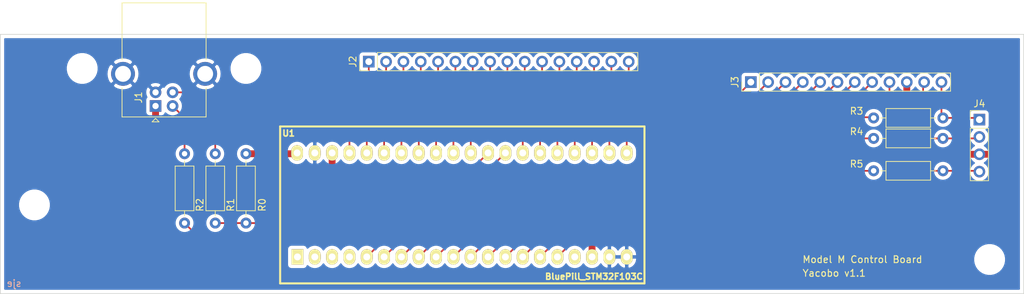
<source format=kicad_pcb>
(kicad_pcb (version 20171130) (host pcbnew 5.1.10-88a1d61d58~90~ubuntu20.04.1)

  (general
    (thickness 1.6)
    (drawings 7)
    (tracks 160)
    (zones 0)
    (modules 15)
    (nets 44)
  )

  (page A4)
  (layers
    (0 F.Cu signal)
    (31 B.Cu signal)
    (32 B.Adhes user)
    (33 F.Adhes user)
    (34 B.Paste user)
    (35 F.Paste user)
    (36 B.SilkS user)
    (37 F.SilkS user)
    (38 B.Mask user)
    (39 F.Mask user)
    (40 Dwgs.User user)
    (41 Cmts.User user)
    (42 Eco1.User user)
    (43 Eco2.User user)
    (44 Edge.Cuts user)
    (45 Margin user)
    (46 B.CrtYd user)
    (47 F.CrtYd user)
    (48 B.Fab user)
    (49 F.Fab user)
  )

  (setup
    (last_trace_width 0.25)
    (trace_clearance 0.2)
    (zone_clearance 0.508)
    (zone_45_only no)
    (trace_min 0.2)
    (via_size 0.8)
    (via_drill 0.4)
    (via_min_size 0.4)
    (via_min_drill 0.3)
    (uvia_size 0.3)
    (uvia_drill 0.1)
    (uvias_allowed no)
    (uvia_min_size 0.2)
    (uvia_min_drill 0.1)
    (edge_width 0.05)
    (segment_width 0.2)
    (pcb_text_width 0.3)
    (pcb_text_size 1.5 1.5)
    (mod_edge_width 0.12)
    (mod_text_size 1 1)
    (mod_text_width 0.15)
    (pad_size 1.524 1.524)
    (pad_drill 0.762)
    (pad_to_mask_clearance 0)
    (aux_axis_origin 0 0)
    (grid_origin 100 100)
    (visible_elements FFFFFF7F)
    (pcbplotparams
      (layerselection 0x010fc_ffffffff)
      (usegerberextensions false)
      (usegerberattributes true)
      (usegerberadvancedattributes true)
      (creategerberjobfile true)
      (excludeedgelayer true)
      (linewidth 0.100000)
      (plotframeref false)
      (viasonmask false)
      (mode 1)
      (useauxorigin false)
      (hpglpennumber 1)
      (hpglpenspeed 20)
      (hpglpendiameter 15.000000)
      (psnegative false)
      (psa4output false)
      (plotreference true)
      (plotvalue true)
      (plotinvisibletext false)
      (padsonsilk false)
      (subtractmaskfromsilk false)
      (outputformat 1)
      (mirror false)
      (drillshape 1)
      (scaleselection 1)
      (outputdirectory ""))
  )

  (net 0 "")
  (net 1 GND)
  (net 2 "Net-(J1-Pad3)")
  (net 3 "Net-(J1-Pad2)")
  (net 4 +5V)
  (net 5 col15)
  (net 6 col14)
  (net 7 col13)
  (net 8 col12)
  (net 9 col11)
  (net 10 col10)
  (net 11 col9)
  (net 12 col8)
  (net 13 col7)
  (net 14 col6)
  (net 15 col5)
  (net 16 col4)
  (net 17 col3)
  (net 18 col2)
  (net 19 col1)
  (net 20 col0)
  (net 21 row7)
  (net 22 row6)
  (net 23 row5)
  (net 24 row4)
  (net 25 row3)
  (net 26 row2)
  (net 27 row1)
  (net 28 row0)
  (net 29 +3V3)
  (net 30 USB+)
  (net 31 USB-)
  (net 32 led0)
  (net 33 led1)
  (net 34 led2)
  (net 35 "Net-(U1-Pad17)")
  (net 36 "Net-(U1-Pad4)")
  (net 37 "Net-(U1-Pad3)")
  (net 38 "Net-(U1-Pad2)")
  (net 39 "Net-(U1-Pad1)")
  (net 40 D+Pullup)
  (net 41 "Net-(J3-Pad9)")
  (net 42 "Net-(J3-Pad11)")
  (net 43 "Net-(J3-Pad12)")

  (net_class Default "This is the default net class."
    (clearance 0.2)
    (trace_width 0.25)
    (via_dia 0.8)
    (via_drill 0.4)
    (uvia_dia 0.3)
    (uvia_drill 0.1)
    (add_net +3V3)
    (add_net +5V)
    (add_net D+Pullup)
    (add_net GND)
    (add_net "Net-(J1-Pad2)")
    (add_net "Net-(J1-Pad3)")
    (add_net "Net-(J3-Pad11)")
    (add_net "Net-(J3-Pad12)")
    (add_net "Net-(J3-Pad9)")
    (add_net "Net-(U1-Pad1)")
    (add_net "Net-(U1-Pad17)")
    (add_net "Net-(U1-Pad2)")
    (add_net "Net-(U1-Pad3)")
    (add_net "Net-(U1-Pad4)")
    (add_net USB+)
    (add_net USB-)
    (add_net col0)
    (add_net col1)
    (add_net col10)
    (add_net col11)
    (add_net col12)
    (add_net col13)
    (add_net col14)
    (add_net col15)
    (add_net col2)
    (add_net col3)
    (add_net col4)
    (add_net col5)
    (add_net col6)
    (add_net col7)
    (add_net col8)
    (add_net col9)
    (add_net led0)
    (add_net led1)
    (add_net led2)
    (add_net row0)
    (add_net row1)
    (add_net row2)
    (add_net row3)
    (add_net row4)
    (add_net row5)
    (add_net row6)
    (add_net row7)
  )

  (net_class Power ""
    (clearance 0.2)
    (trace_width 1)
    (via_dia 0.8)
    (via_drill 0.4)
    (uvia_dia 0.3)
    (uvia_drill 0.1)
  )

  (module Connector_PinHeader_2.54mm:PinHeader_1x12_P2.54mm_Vertical (layer F.Cu) (tedit 59FED5CC) (tstamp 614B3EB3)
    (at 210 107 90)
    (descr "Through hole straight pin header, 1x12, 2.54mm pitch, single row")
    (tags "Through hole pin header THT 1x12 2.54mm single row")
    (path /614D7C81)
    (fp_text reference J3 (at 0 -2.33 90) (layer F.SilkS)
      (effects (font (size 1 1) (thickness 0.15)))
    )
    (fp_text value rows (at 0 30.27 90) (layer F.Fab)
      (effects (font (size 1 1) (thickness 0.15)))
    )
    (fp_text user %R (at 0 13.97) (layer F.Fab)
      (effects (font (size 1 1) (thickness 0.15)))
    )
    (fp_line (start -0.635 -1.27) (end 1.27 -1.27) (layer F.Fab) (width 0.1))
    (fp_line (start 1.27 -1.27) (end 1.27 29.21) (layer F.Fab) (width 0.1))
    (fp_line (start 1.27 29.21) (end -1.27 29.21) (layer F.Fab) (width 0.1))
    (fp_line (start -1.27 29.21) (end -1.27 -0.635) (layer F.Fab) (width 0.1))
    (fp_line (start -1.27 -0.635) (end -0.635 -1.27) (layer F.Fab) (width 0.1))
    (fp_line (start -1.33 29.27) (end 1.33 29.27) (layer F.SilkS) (width 0.12))
    (fp_line (start -1.33 1.27) (end -1.33 29.27) (layer F.SilkS) (width 0.12))
    (fp_line (start 1.33 1.27) (end 1.33 29.27) (layer F.SilkS) (width 0.12))
    (fp_line (start -1.33 1.27) (end 1.33 1.27) (layer F.SilkS) (width 0.12))
    (fp_line (start -1.33 0) (end -1.33 -1.33) (layer F.SilkS) (width 0.12))
    (fp_line (start -1.33 -1.33) (end 0 -1.33) (layer F.SilkS) (width 0.12))
    (fp_line (start -1.8 -1.8) (end -1.8 29.75) (layer F.CrtYd) (width 0.05))
    (fp_line (start -1.8 29.75) (end 1.8 29.75) (layer F.CrtYd) (width 0.05))
    (fp_line (start 1.8 29.75) (end 1.8 -1.8) (layer F.CrtYd) (width 0.05))
    (fp_line (start 1.8 -1.8) (end -1.8 -1.8) (layer F.CrtYd) (width 0.05))
    (pad 12 thru_hole oval (at 0 27.94 90) (size 1.7 1.7) (drill 1) (layers *.Cu *.Mask)
      (net 43 "Net-(J3-Pad12)"))
    (pad 11 thru_hole oval (at 0 25.4 90) (size 1.7 1.7) (drill 1) (layers *.Cu *.Mask)
      (net 42 "Net-(J3-Pad11)"))
    (pad 10 thru_hole oval (at 0 22.86 90) (size 1.7 1.7) (drill 1) (layers *.Cu *.Mask)
      (net 29 +3V3))
    (pad 9 thru_hole oval (at 0 20.32 90) (size 1.7 1.7) (drill 1) (layers *.Cu *.Mask)
      (net 41 "Net-(J3-Pad9)"))
    (pad 8 thru_hole oval (at 0 17.78 90) (size 1.7 1.7) (drill 1) (layers *.Cu *.Mask)
      (net 21 row7))
    (pad 7 thru_hole oval (at 0 15.24 90) (size 1.7 1.7) (drill 1) (layers *.Cu *.Mask)
      (net 22 row6))
    (pad 6 thru_hole oval (at 0 12.7 90) (size 1.7 1.7) (drill 1) (layers *.Cu *.Mask)
      (net 23 row5))
    (pad 5 thru_hole oval (at 0 10.16 90) (size 1.7 1.7) (drill 1) (layers *.Cu *.Mask)
      (net 24 row4))
    (pad 4 thru_hole oval (at 0 7.62 90) (size 1.7 1.7) (drill 1) (layers *.Cu *.Mask)
      (net 25 row3))
    (pad 3 thru_hole oval (at 0 5.08 90) (size 1.7 1.7) (drill 1) (layers *.Cu *.Mask)
      (net 26 row2))
    (pad 2 thru_hole oval (at 0 2.54 90) (size 1.7 1.7) (drill 1) (layers *.Cu *.Mask)
      (net 27 row1))
    (pad 1 thru_hole rect (at 0 0 90) (size 1.7 1.7) (drill 1) (layers *.Cu *.Mask)
      (net 28 row0))
    (model ${KISYS3DMOD}/Connector_PinHeader_2.54mm.3dshapes/PinHeader_1x12_P2.54mm_Vertical.wrl
      (at (xyz 0 0 0))
      (scale (xyz 1 1 1))
      (rotate (xyz 0 0 0))
    )
  )

  (module BluePill:BluePill_STM32F103C (layer F.Cu) (tedit 6148DD73) (tstamp 62622708)
    (at 169 125 270)
    (descr "STM32F103C8 BluePill board")
    (path /614D131D)
    (fp_text reference U1 (at -10.5 26.75 180) (layer F.SilkS)
      (effects (font (size 0.889 0.889) (thickness 0.3048)))
    )
    (fp_text value BluePill_STM32F103C (at 10.5 -18 180) (layer F.SilkS)
      (effects (font (size 0.889 0.889) (thickness 0.22225)))
    )
    (fp_line (start 11.5 27.99) (end -11.5 27.99) (layer F.SilkS) (width 0.3048))
    (fp_line (start 11.5 -25.41) (end 11.5 27.99) (layer F.SilkS) (width 0.3048))
    (fp_line (start -11.5 -25.41) (end 11.5 -25.41) (layer F.SilkS) (width 0.3048))
    (fp_line (start -11.5 27.99) (end -11.5 -25.41) (layer F.SilkS) (width 0.3048))
    (pad 40 thru_hole oval (at -7.62 25.5016 180) (size 1.7272 2.25) (drill 1.016) (layers *.Cu *.Mask F.SilkS)
      (net 40 D+Pullup))
    (pad 39 thru_hole oval (at -7.62 22.9108 180) (size 1.7272 2.25) (drill 1.016) (layers *.Cu *.Mask F.SilkS)
      (net 1 GND))
    (pad 38 thru_hole oval (at -7.62 20.3708 180) (size 1.7272 2.25) (drill 1.016) (layers *.Cu *.Mask F.SilkS)
      (net 4 +5V))
    (pad 37 thru_hole oval (at -7.62 17.8308 180) (size 1.7272 2.25) (drill 1.016) (layers *.Cu *.Mask F.SilkS)
      (net 20 col0))
    (pad 36 thru_hole oval (at -7.62 15.2908 180) (size 1.7272 2.25) (drill 1.016) (layers *.Cu *.Mask F.SilkS)
      (net 19 col1))
    (pad 35 thru_hole oval (at -7.62 12.7508 180) (size 1.7272 2.25) (drill 1.016) (layers *.Cu *.Mask F.SilkS)
      (net 18 col2))
    (pad 34 thru_hole oval (at -7.62 10.2108 180) (size 1.7272 2.25) (drill 1.016) (layers *.Cu *.Mask F.SilkS)
      (net 17 col3))
    (pad 33 thru_hole oval (at -7.62 7.6708 180) (size 1.7272 2.25) (drill 1.016) (layers *.Cu *.Mask F.SilkS)
      (net 16 col4))
    (pad 32 thru_hole oval (at -7.62 5.1308 180) (size 1.7272 2.25) (drill 1.016) (layers *.Cu *.Mask F.SilkS)
      (net 15 col5))
    (pad 31 thru_hole oval (at -7.62 2.5908 180) (size 1.7272 2.25) (drill 1.016) (layers *.Cu *.Mask F.SilkS)
      (net 14 col6))
    (pad 30 thru_hole oval (at -7.62 0.0508 180) (size 1.7272 2.25) (drill 1.016) (layers *.Cu *.Mask F.SilkS)
      (net 13 col7))
    (pad 29 thru_hole oval (at -7.62 -2.4892 180) (size 1.7272 2.25) (drill 1.016) (layers *.Cu *.Mask F.SilkS)
      (net 30 USB+))
    (pad 28 thru_hole oval (at -7.62 -5.0292 180) (size 1.7272 2.25) (drill 1.016) (layers *.Cu *.Mask F.SilkS)
      (net 31 USB-))
    (pad 27 thru_hole oval (at -7.62 -7.5692 180) (size 1.7272 2.25) (drill 1.016) (layers *.Cu *.Mask F.SilkS)
      (net 12 col8))
    (pad 26 thru_hole oval (at -7.62 -10.1092 180) (size 1.7272 2.25) (drill 1.016) (layers *.Cu *.Mask F.SilkS)
      (net 11 col9))
    (pad 25 thru_hole oval (at -7.62 -12.6492 180) (size 1.7272 2.25) (drill 1.016) (layers *.Cu *.Mask F.SilkS)
      (net 10 col10))
    (pad 24 thru_hole oval (at -7.62 -15.1892 180) (size 1.7272 2.25) (drill 1.016) (layers *.Cu *.Mask F.SilkS)
      (net 9 col11))
    (pad 23 thru_hole oval (at -7.62 -17.7292 180) (size 1.7272 2.25) (drill 1.016) (layers *.Cu *.Mask F.SilkS)
      (net 8 col12))
    (pad 22 thru_hole oval (at -7.62 -20.2692 180) (size 1.7272 2.25) (drill 1.016) (layers *.Cu *.Mask F.SilkS)
      (net 7 col13))
    (pad 21 thru_hole oval (at -7.62 -22.8092 180) (size 1.7272 2.25) (drill 1.016) (layers *.Cu *.Mask F.SilkS)
      (net 6 col14))
    (pad 20 thru_hole oval (at 7.62 -22.8092) (size 1.7272 2.25) (drill 1.016) (layers *.Cu *.Mask F.SilkS)
      (net 1 GND))
    (pad 19 thru_hole oval (at 7.62 -20.2692) (size 1.7272 2.25) (drill 1.016) (layers *.Cu *.Mask F.SilkS)
      (net 1 GND))
    (pad 18 thru_hole oval (at 7.62 -17.7292) (size 1.7272 2.25) (drill 1.016) (layers *.Cu *.Mask F.SilkS)
      (net 29 +3V3))
    (pad 17 thru_hole oval (at 7.62 -15.1892) (size 1.7272 2.25) (drill 1.016) (layers *.Cu *.Mask F.SilkS)
      (net 35 "Net-(U1-Pad17)"))
    (pad 16 thru_hole oval (at 7.62 -12.6492) (size 1.7272 2.25) (drill 1.016) (layers *.Cu *.Mask F.SilkS)
      (net 34 led2))
    (pad 15 thru_hole oval (at 7.62 -10.1092) (size 1.7272 2.25) (drill 1.016) (layers *.Cu *.Mask F.SilkS)
      (net 33 led1))
    (pad 14 thru_hole oval (at 7.62 -7.5692) (size 1.7272 2.25) (drill 1.016) (layers *.Cu *.Mask F.SilkS)
      (net 32 led0))
    (pad 13 thru_hole oval (at 7.62 -5.0292) (size 1.7272 2.25) (drill 1.016) (layers *.Cu *.Mask F.SilkS)
      (net 21 row7))
    (pad 12 thru_hole oval (at 7.62 -2.4892) (size 1.7272 2.25) (drill 1.016) (layers *.Cu *.Mask F.SilkS)
      (net 22 row6))
    (pad 11 thru_hole oval (at 7.62 0.0508) (size 1.7272 2.25) (drill 1.016) (layers *.Cu *.Mask F.SilkS)
      (net 23 row5))
    (pad 10 thru_hole oval (at 7.62 2.5908) (size 1.7272 2.25) (drill 1.016) (layers *.Cu *.Mask F.SilkS)
      (net 24 row4))
    (pad 9 thru_hole oval (at 7.62 5.1308) (size 1.7272 2.25) (drill 1.016) (layers *.Cu *.Mask F.SilkS)
      (net 25 row3))
    (pad 8 thru_hole oval (at 7.62 7.6708) (size 1.7272 2.25) (drill 1.016) (layers *.Cu *.Mask F.SilkS)
      (net 26 row2))
    (pad 7 thru_hole oval (at 7.62 10.2108) (size 1.7272 2.25) (drill 1.016) (layers *.Cu *.Mask F.SilkS)
      (net 27 row1))
    (pad 6 thru_hole oval (at 7.62 12.7508) (size 1.7272 2.25) (drill 1.016) (layers *.Cu *.Mask F.SilkS)
      (net 28 row0))
    (pad 5 thru_hole oval (at 7.62 15.2908) (size 1.7272 2.25) (drill 1.016) (layers *.Cu *.Mask F.SilkS)
      (net 5 col15))
    (pad 4 thru_hole oval (at 7.62 17.8308) (size 1.7272 2.25) (drill 1.016) (layers *.Cu *.Mask F.SilkS)
      (net 36 "Net-(U1-Pad4)"))
    (pad 3 thru_hole oval (at 7.62 20.3708) (size 1.7272 2.25) (drill 1.016) (layers *.Cu *.Mask F.SilkS)
      (net 37 "Net-(U1-Pad3)"))
    (pad 2 thru_hole oval (at 7.62 22.9108) (size 1.7272 2.25) (drill 1.016) (layers *.Cu *.Mask F.SilkS)
      (net 38 "Net-(U1-Pad2)"))
    (pad 1 thru_hole rect (at 7.62 25.4508) (size 1.7272 2.25) (drill 1.016) (layers *.Cu *.Mask F.SilkS)
      (net 39 "Net-(U1-Pad1)"))
  )

  (module Resistor_THT:R_Axial_DIN0207_L6.3mm_D2.5mm_P10.16mm_Horizontal (layer F.Cu) (tedit 5AE5139B) (tstamp 614B3BB5)
    (at 136 117.5 270)
    (descr "Resistor, Axial_DIN0207 series, Axial, Horizontal, pin pitch=10.16mm, 0.25W = 1/4W, length*diameter=6.3*2.5mm^2, http://cdn-reichelt.de/documents/datenblatt/B400/1_4W%23YAG.pdf")
    (tags "Resistor Axial_DIN0207 series Axial Horizontal pin pitch 10.16mm 0.25W = 1/4W length 6.3mm diameter 2.5mm")
    (path /614F4CCA)
    (fp_text reference R0 (at 7.5 -2.37 90) (layer F.SilkS)
      (effects (font (size 1 1) (thickness 0.15)))
    )
    (fp_text value 1.8k (at 3.5 -2.25 90) (layer F.Fab)
      (effects (font (size 1 1) (thickness 0.15)))
    )
    (fp_line (start 1.93 -1.25) (end 1.93 1.25) (layer F.Fab) (width 0.1))
    (fp_line (start 1.93 1.25) (end 8.23 1.25) (layer F.Fab) (width 0.1))
    (fp_line (start 8.23 1.25) (end 8.23 -1.25) (layer F.Fab) (width 0.1))
    (fp_line (start 8.23 -1.25) (end 1.93 -1.25) (layer F.Fab) (width 0.1))
    (fp_line (start 0 0) (end 1.93 0) (layer F.Fab) (width 0.1))
    (fp_line (start 10.16 0) (end 8.23 0) (layer F.Fab) (width 0.1))
    (fp_line (start 1.81 -1.37) (end 1.81 1.37) (layer F.SilkS) (width 0.12))
    (fp_line (start 1.81 1.37) (end 8.35 1.37) (layer F.SilkS) (width 0.12))
    (fp_line (start 8.35 1.37) (end 8.35 -1.37) (layer F.SilkS) (width 0.12))
    (fp_line (start 8.35 -1.37) (end 1.81 -1.37) (layer F.SilkS) (width 0.12))
    (fp_line (start 1.04 0) (end 1.81 0) (layer F.SilkS) (width 0.12))
    (fp_line (start 9.12 0) (end 8.35 0) (layer F.SilkS) (width 0.12))
    (fp_line (start -1.05 -1.5) (end -1.05 1.5) (layer F.CrtYd) (width 0.05))
    (fp_line (start -1.05 1.5) (end 11.21 1.5) (layer F.CrtYd) (width 0.05))
    (fp_line (start 11.21 1.5) (end 11.21 -1.5) (layer F.CrtYd) (width 0.05))
    (fp_line (start 11.21 -1.5) (end -1.05 -1.5) (layer F.CrtYd) (width 0.05))
    (fp_text user %R (at 5.08 0 90) (layer F.Fab)
      (effects (font (size 1 1) (thickness 0.15)))
    )
    (pad 2 thru_hole oval (at 10.16 0 270) (size 1.6 1.6) (drill 0.8) (layers *.Cu *.Mask)
      (net 30 USB+))
    (pad 1 thru_hole circle (at 0 0 270) (size 1.6 1.6) (drill 0.8) (layers *.Cu *.Mask)
      (net 40 D+Pullup))
    (model ${KISYS3DMOD}/Resistor_THT.3dshapes/R_Axial_DIN0207_L6.3mm_D2.5mm_P10.16mm_Horizontal.wrl
      (at (xyz 0 0 0))
      (scale (xyz 1 1 1))
      (rotate (xyz 0 0 0))
    )
  )

  (module MountingHole:MountingHole_3.5mm (layer F.Cu) (tedit 56D1B4CB) (tstamp 614B9F09)
    (at 245 133)
    (descr "Mounting Hole 3.5mm, no annular")
    (tags "mounting hole 3.5mm no annular")
    (attr virtual)
    (fp_text reference M3 (at 0 -4.5) (layer F.Fab)
      (effects (font (size 1 1) (thickness 0.15)))
    )
    (fp_text value MountingHole_3.5mm (at 0 4.5) (layer F.Fab) hide
      (effects (font (size 1 1) (thickness 0.15)))
    )
    (fp_circle (center 0 0) (end 3.5 0) (layer Cmts.User) (width 0.15))
    (fp_circle (center 0 0) (end 3.75 0) (layer F.CrtYd) (width 0.05))
    (fp_text user %R (at 0.3 0) (layer F.Fab)
      (effects (font (size 1 1) (thickness 0.15)))
    )
    (pad 1 np_thru_hole circle (at 0 0) (size 3.5 3.5) (drill 3.5) (layers *.Cu *.Mask))
  )

  (module MountingHole:MountingHole_3.5mm (layer F.Cu) (tedit 56D1B4CB) (tstamp 614B9EEC)
    (at 105 125)
    (descr "Mounting Hole 3.5mm, no annular")
    (tags "mounting hole 3.5mm no annular")
    (attr virtual)
    (fp_text reference M4 (at 0 -4.5) (layer F.Fab)
      (effects (font (size 1 1) (thickness 0.15)))
    )
    (fp_text value MountingHole_3.5mm (at 0 4.5) (layer F.Fab) hide
      (effects (font (size 1 1) (thickness 0.15)))
    )
    (fp_circle (center 0 0) (end 3.5 0) (layer Cmts.User) (width 0.15))
    (fp_circle (center 0 0) (end 3.75 0) (layer F.CrtYd) (width 0.05))
    (fp_text user %R (at 0.3 0) (layer F.Fab)
      (effects (font (size 1 1) (thickness 0.15)))
    )
    (pad 1 np_thru_hole circle (at 0 0) (size 3.5 3.5) (drill 3.5) (layers *.Cu *.Mask))
  )

  (module MountingHole:MountingHole_3.5mm (layer F.Cu) (tedit 56D1B4CB) (tstamp 614B9F52)
    (at 136 105)
    (descr "Mounting Hole 3.5mm, no annular")
    (tags "mounting hole 3.5mm no annular")
    (attr virtual)
    (fp_text reference M2 (at 5 0) (layer F.Fab)
      (effects (font (size 1 1) (thickness 0.15)))
    )
    (fp_text value MountingHole_3.5mm (at 0 4.5) (layer F.Fab) hide
      (effects (font (size 1 1) (thickness 0.15)))
    )
    (fp_circle (center 0 0) (end 3.5 0) (layer Cmts.User) (width 0.15))
    (fp_circle (center 0 0) (end 3.75 0) (layer F.CrtYd) (width 0.05))
    (fp_text user %R (at 0.3 0) (layer F.Fab)
      (effects (font (size 1 1) (thickness 0.15)))
    )
    (pad 1 np_thru_hole circle (at 0 0) (size 3.5 3.5) (drill 3.5) (layers *.Cu *.Mask))
  )

  (module MountingHole:MountingHole_3.5mm (layer F.Cu) (tedit 56D1B4CB) (tstamp 614B9EB2)
    (at 112 105)
    (descr "Mounting Hole 3.5mm, no annular")
    (tags "mounting hole 3.5mm no annular")
    (attr virtual)
    (fp_text reference M1 (at -5 -0.5) (layer F.Fab)
      (effects (font (size 1 1) (thickness 0.15)))
    )
    (fp_text value MountingHole_3.5mm (at 0 4.5) (layer F.Fab) hide
      (effects (font (size 1 1) (thickness 0.15)))
    )
    (fp_circle (center 0 0) (end 3.5 0) (layer Cmts.User) (width 0.15))
    (fp_circle (center 0 0) (end 3.75 0) (layer F.CrtYd) (width 0.05))
    (fp_text user %R (at 0.3 0) (layer F.Fab)
      (effects (font (size 1 1) (thickness 0.15)))
    )
    (pad 1 np_thru_hole circle (at 0 0) (size 3.5 3.5) (drill 3.5) (layers *.Cu *.Mask))
  )

  (module Resistor_THT:R_Axial_DIN0207_L6.3mm_D2.5mm_P10.16mm_Horizontal (layer F.Cu) (tedit 5AE5139B) (tstamp 62622017)
    (at 228 120)
    (descr "Resistor, Axial_DIN0207 series, Axial, Horizontal, pin pitch=10.16mm, 0.25W = 1/4W, length*diameter=6.3*2.5mm^2, http://cdn-reichelt.de/documents/datenblatt/B400/1_4W%23YAG.pdf")
    (tags "Resistor Axial_DIN0207 series Axial Horizontal pin pitch 10.16mm 0.25W = 1/4W length 6.3mm diameter 2.5mm")
    (path /6153F10D)
    (fp_text reference R5 (at -2.5 -1) (layer F.SilkS)
      (effects (font (size 1 1) (thickness 0.15)))
    )
    (fp_text value 120 (at -2.5 1) (layer F.Fab)
      (effects (font (size 1 1) (thickness 0.15)))
    )
    (fp_line (start 1.93 -1.25) (end 1.93 1.25) (layer F.Fab) (width 0.1))
    (fp_line (start 1.93 1.25) (end 8.23 1.25) (layer F.Fab) (width 0.1))
    (fp_line (start 8.23 1.25) (end 8.23 -1.25) (layer F.Fab) (width 0.1))
    (fp_line (start 8.23 -1.25) (end 1.93 -1.25) (layer F.Fab) (width 0.1))
    (fp_line (start 0 0) (end 1.93 0) (layer F.Fab) (width 0.1))
    (fp_line (start 10.16 0) (end 8.23 0) (layer F.Fab) (width 0.1))
    (fp_line (start 1.81 -1.37) (end 1.81 1.37) (layer F.SilkS) (width 0.12))
    (fp_line (start 1.81 1.37) (end 8.35 1.37) (layer F.SilkS) (width 0.12))
    (fp_line (start 8.35 1.37) (end 8.35 -1.37) (layer F.SilkS) (width 0.12))
    (fp_line (start 8.35 -1.37) (end 1.81 -1.37) (layer F.SilkS) (width 0.12))
    (fp_line (start 1.04 0) (end 1.81 0) (layer F.SilkS) (width 0.12))
    (fp_line (start 9.12 0) (end 8.35 0) (layer F.SilkS) (width 0.12))
    (fp_line (start -1.05 -1.5) (end -1.05 1.5) (layer F.CrtYd) (width 0.05))
    (fp_line (start -1.05 1.5) (end 11.21 1.5) (layer F.CrtYd) (width 0.05))
    (fp_line (start 11.21 1.5) (end 11.21 -1.5) (layer F.CrtYd) (width 0.05))
    (fp_line (start 11.21 -1.5) (end -1.05 -1.5) (layer F.CrtYd) (width 0.05))
    (fp_text user %R (at 5.08 0) (layer F.Fab)
      (effects (font (size 1 1) (thickness 0.15)))
    )
    (pad 2 thru_hole oval (at 10.16 0) (size 1.6 1.6) (drill 0.8) (layers *.Cu *.Mask)
      (net 41 "Net-(J3-Pad9)"))
    (pad 1 thru_hole circle (at 0 0) (size 1.6 1.6) (drill 0.8) (layers *.Cu *.Mask)
      (net 34 led2))
    (model ${KISYS3DMOD}/Resistor_THT.3dshapes/R_Axial_DIN0207_L6.3mm_D2.5mm_P10.16mm_Horizontal.wrl
      (at (xyz 0 0 0))
      (scale (xyz 1 1 1))
      (rotate (xyz 0 0 0))
    )
  )

  (module Resistor_THT:R_Axial_DIN0207_L6.3mm_D2.5mm_P10.16mm_Horizontal (layer F.Cu) (tedit 5AE5139B) (tstamp 62621563)
    (at 228 115.25)
    (descr "Resistor, Axial_DIN0207 series, Axial, Horizontal, pin pitch=10.16mm, 0.25W = 1/4W, length*diameter=6.3*2.5mm^2, http://cdn-reichelt.de/documents/datenblatt/B400/1_4W%23YAG.pdf")
    (tags "Resistor Axial_DIN0207 series Axial Horizontal pin pitch 10.16mm 0.25W = 1/4W length 6.3mm diameter 2.5mm")
    (path /6153B5CA)
    (fp_text reference R4 (at -2.5 -1) (layer F.SilkS)
      (effects (font (size 1 1) (thickness 0.15)))
    )
    (fp_text value 120 (at -2.5 1) (layer F.Fab)
      (effects (font (size 1 1) (thickness 0.15)))
    )
    (fp_line (start 11.21 -1.5) (end -1.05 -1.5) (layer F.CrtYd) (width 0.05))
    (fp_line (start 11.21 1.5) (end 11.21 -1.5) (layer F.CrtYd) (width 0.05))
    (fp_line (start -1.05 1.5) (end 11.21 1.5) (layer F.CrtYd) (width 0.05))
    (fp_line (start -1.05 -1.5) (end -1.05 1.5) (layer F.CrtYd) (width 0.05))
    (fp_line (start 9.12 0) (end 8.35 0) (layer F.SilkS) (width 0.12))
    (fp_line (start 1.04 0) (end 1.81 0) (layer F.SilkS) (width 0.12))
    (fp_line (start 8.35 -1.37) (end 1.81 -1.37) (layer F.SilkS) (width 0.12))
    (fp_line (start 8.35 1.37) (end 8.35 -1.37) (layer F.SilkS) (width 0.12))
    (fp_line (start 1.81 1.37) (end 8.35 1.37) (layer F.SilkS) (width 0.12))
    (fp_line (start 1.81 -1.37) (end 1.81 1.37) (layer F.SilkS) (width 0.12))
    (fp_line (start 10.16 0) (end 8.23 0) (layer F.Fab) (width 0.1))
    (fp_line (start 0 0) (end 1.93 0) (layer F.Fab) (width 0.1))
    (fp_line (start 8.23 -1.25) (end 1.93 -1.25) (layer F.Fab) (width 0.1))
    (fp_line (start 8.23 1.25) (end 8.23 -1.25) (layer F.Fab) (width 0.1))
    (fp_line (start 1.93 1.25) (end 8.23 1.25) (layer F.Fab) (width 0.1))
    (fp_line (start 1.93 -1.25) (end 1.93 1.25) (layer F.Fab) (width 0.1))
    (fp_text user %R (at 5.08 0) (layer F.Fab)
      (effects (font (size 1 1) (thickness 0.15)))
    )
    (pad 1 thru_hole circle (at 0 0) (size 1.6 1.6) (drill 0.8) (layers *.Cu *.Mask)
      (net 33 led1))
    (pad 2 thru_hole oval (at 10.16 0) (size 1.6 1.6) (drill 0.8) (layers *.Cu *.Mask)
      (net 42 "Net-(J3-Pad11)"))
    (model ${KISYS3DMOD}/Resistor_THT.3dshapes/R_Axial_DIN0207_L6.3mm_D2.5mm_P10.16mm_Horizontal.wrl
      (at (xyz 0 0 0))
      (scale (xyz 1 1 1))
      (rotate (xyz 0 0 0))
    )
  )

  (module Resistor_THT:R_Axial_DIN0207_L6.3mm_D2.5mm_P10.16mm_Horizontal (layer F.Cu) (tedit 5AE5139B) (tstamp 626222DE)
    (at 228 112.25)
    (descr "Resistor, Axial_DIN0207 series, Axial, Horizontal, pin pitch=10.16mm, 0.25W = 1/4W, length*diameter=6.3*2.5mm^2, http://cdn-reichelt.de/documents/datenblatt/B400/1_4W%23YAG.pdf")
    (tags "Resistor Axial_DIN0207 series Axial Horizontal pin pitch 10.16mm 0.25W = 1/4W length 6.3mm diameter 2.5mm")
    (path /61532AE5)
    (fp_text reference R3 (at -2.5 -1) (layer F.SilkS)
      (effects (font (size 1 1) (thickness 0.15)))
    )
    (fp_text value 120 (at -2.5 1) (layer F.Fab)
      (effects (font (size 1 1) (thickness 0.15)))
    )
    (fp_line (start 1.93 -1.25) (end 1.93 1.25) (layer F.Fab) (width 0.1))
    (fp_line (start 1.93 1.25) (end 8.23 1.25) (layer F.Fab) (width 0.1))
    (fp_line (start 8.23 1.25) (end 8.23 -1.25) (layer F.Fab) (width 0.1))
    (fp_line (start 8.23 -1.25) (end 1.93 -1.25) (layer F.Fab) (width 0.1))
    (fp_line (start 0 0) (end 1.93 0) (layer F.Fab) (width 0.1))
    (fp_line (start 10.16 0) (end 8.23 0) (layer F.Fab) (width 0.1))
    (fp_line (start 1.81 -1.37) (end 1.81 1.37) (layer F.SilkS) (width 0.12))
    (fp_line (start 1.81 1.37) (end 8.35 1.37) (layer F.SilkS) (width 0.12))
    (fp_line (start 8.35 1.37) (end 8.35 -1.37) (layer F.SilkS) (width 0.12))
    (fp_line (start 8.35 -1.37) (end 1.81 -1.37) (layer F.SilkS) (width 0.12))
    (fp_line (start 1.04 0) (end 1.81 0) (layer F.SilkS) (width 0.12))
    (fp_line (start 9.12 0) (end 8.35 0) (layer F.SilkS) (width 0.12))
    (fp_line (start -1.05 -1.5) (end -1.05 1.5) (layer F.CrtYd) (width 0.05))
    (fp_line (start -1.05 1.5) (end 11.21 1.5) (layer F.CrtYd) (width 0.05))
    (fp_line (start 11.21 1.5) (end 11.21 -1.5) (layer F.CrtYd) (width 0.05))
    (fp_line (start 11.21 -1.5) (end -1.05 -1.5) (layer F.CrtYd) (width 0.05))
    (fp_text user %R (at 5.08 0) (layer F.Fab)
      (effects (font (size 1 1) (thickness 0.15)))
    )
    (pad 2 thru_hole oval (at 10.16 0) (size 1.6 1.6) (drill 0.8) (layers *.Cu *.Mask)
      (net 43 "Net-(J3-Pad12)"))
    (pad 1 thru_hole circle (at 0 0) (size 1.6 1.6) (drill 0.8) (layers *.Cu *.Mask)
      (net 32 led0))
    (model ${KISYS3DMOD}/Resistor_THT.3dshapes/R_Axial_DIN0207_L6.3mm_D2.5mm_P10.16mm_Horizontal.wrl
      (at (xyz 0 0 0))
      (scale (xyz 1 1 1))
      (rotate (xyz 0 0 0))
    )
  )

  (module Resistor_THT:R_Axial_DIN0207_L6.3mm_D2.5mm_P10.16mm_Horizontal (layer F.Cu) (tedit 5AE5139B) (tstamp 614DE6BA)
    (at 131.5 117.5 270)
    (descr "Resistor, Axial_DIN0207 series, Axial, Horizontal, pin pitch=10.16mm, 0.25W = 1/4W, length*diameter=6.3*2.5mm^2, http://cdn-reichelt.de/documents/datenblatt/B400/1_4W%23YAG.pdf")
    (tags "Resistor Axial_DIN0207 series Axial Horizontal pin pitch 10.16mm 0.25W = 1/4W length 6.3mm diameter 2.5mm")
    (path /614F988D)
    (fp_text reference R1 (at 7.5 -2.25 90) (layer F.SilkS)
      (effects (font (size 1 1) (thickness 0.15)))
    )
    (fp_text value 22 (at 2.75 -2.25 90) (layer F.Fab)
      (effects (font (size 1 1) (thickness 0.15)))
    )
    (fp_line (start 1.93 -1.25) (end 1.93 1.25) (layer F.Fab) (width 0.1))
    (fp_line (start 1.93 1.25) (end 8.23 1.25) (layer F.Fab) (width 0.1))
    (fp_line (start 8.23 1.25) (end 8.23 -1.25) (layer F.Fab) (width 0.1))
    (fp_line (start 8.23 -1.25) (end 1.93 -1.25) (layer F.Fab) (width 0.1))
    (fp_line (start 0 0) (end 1.93 0) (layer F.Fab) (width 0.1))
    (fp_line (start 10.16 0) (end 8.23 0) (layer F.Fab) (width 0.1))
    (fp_line (start 1.81 -1.37) (end 1.81 1.37) (layer F.SilkS) (width 0.12))
    (fp_line (start 1.81 1.37) (end 8.35 1.37) (layer F.SilkS) (width 0.12))
    (fp_line (start 8.35 1.37) (end 8.35 -1.37) (layer F.SilkS) (width 0.12))
    (fp_line (start 8.35 -1.37) (end 1.81 -1.37) (layer F.SilkS) (width 0.12))
    (fp_line (start 1.04 0) (end 1.81 0) (layer F.SilkS) (width 0.12))
    (fp_line (start 9.12 0) (end 8.35 0) (layer F.SilkS) (width 0.12))
    (fp_line (start -1.05 -1.5) (end -1.05 1.5) (layer F.CrtYd) (width 0.05))
    (fp_line (start -1.05 1.5) (end 11.21 1.5) (layer F.CrtYd) (width 0.05))
    (fp_line (start 11.21 1.5) (end 11.21 -1.5) (layer F.CrtYd) (width 0.05))
    (fp_line (start 11.21 -1.5) (end -1.05 -1.5) (layer F.CrtYd) (width 0.05))
    (fp_text user %R (at 5.08 0 90) (layer F.Fab)
      (effects (font (size 1 1) (thickness 0.15)))
    )
    (pad 2 thru_hole oval (at 10.16 0 270) (size 1.6 1.6) (drill 0.8) (layers *.Cu *.Mask)
      (net 30 USB+))
    (pad 1 thru_hole circle (at 0 0 270) (size 1.6 1.6) (drill 0.8) (layers *.Cu *.Mask)
      (net 2 "Net-(J1-Pad3)"))
    (model ${KISYS3DMOD}/Resistor_THT.3dshapes/R_Axial_DIN0207_L6.3mm_D2.5mm_P10.16mm_Horizontal.wrl
      (at (xyz 0 0 0))
      (scale (xyz 1 1 1))
      (rotate (xyz 0 0 0))
    )
  )

  (module Resistor_THT:R_Axial_DIN0207_L6.3mm_D2.5mm_P10.16mm_Horizontal (layer F.Cu) (tedit 5AE5139B) (tstamp 61716F91)
    (at 127 117.5 270)
    (descr "Resistor, Axial_DIN0207 series, Axial, Horizontal, pin pitch=10.16mm, 0.25W = 1/4W, length*diameter=6.3*2.5mm^2, http://cdn-reichelt.de/documents/datenblatt/B400/1_4W%23YAG.pdf")
    (tags "Resistor Axial_DIN0207 series Axial Horizontal pin pitch 10.16mm 0.25W = 1/4W length 6.3mm diameter 2.5mm")
    (path /614F5854)
    (fp_text reference R2 (at 7.5 -2.25 90) (layer F.SilkS)
      (effects (font (size 1 1) (thickness 0.15)))
    )
    (fp_text value 22 (at 2.5 -2.25 90) (layer F.Fab)
      (effects (font (size 1 1) (thickness 0.15)))
    )
    (fp_line (start 1.93 -1.25) (end 1.93 1.25) (layer F.Fab) (width 0.1))
    (fp_line (start 1.93 1.25) (end 8.23 1.25) (layer F.Fab) (width 0.1))
    (fp_line (start 8.23 1.25) (end 8.23 -1.25) (layer F.Fab) (width 0.1))
    (fp_line (start 8.23 -1.25) (end 1.93 -1.25) (layer F.Fab) (width 0.1))
    (fp_line (start 0 0) (end 1.93 0) (layer F.Fab) (width 0.1))
    (fp_line (start 10.16 0) (end 8.23 0) (layer F.Fab) (width 0.1))
    (fp_line (start 1.81 -1.37) (end 1.81 1.37) (layer F.SilkS) (width 0.12))
    (fp_line (start 1.81 1.37) (end 8.35 1.37) (layer F.SilkS) (width 0.12))
    (fp_line (start 8.35 1.37) (end 8.35 -1.37) (layer F.SilkS) (width 0.12))
    (fp_line (start 8.35 -1.37) (end 1.81 -1.37) (layer F.SilkS) (width 0.12))
    (fp_line (start 1.04 0) (end 1.81 0) (layer F.SilkS) (width 0.12))
    (fp_line (start 9.12 0) (end 8.35 0) (layer F.SilkS) (width 0.12))
    (fp_line (start -1.05 -1.5) (end -1.05 1.5) (layer F.CrtYd) (width 0.05))
    (fp_line (start -1.05 1.5) (end 11.21 1.5) (layer F.CrtYd) (width 0.05))
    (fp_line (start 11.21 1.5) (end 11.21 -1.5) (layer F.CrtYd) (width 0.05))
    (fp_line (start 11.21 -1.5) (end -1.05 -1.5) (layer F.CrtYd) (width 0.05))
    (fp_text user %R (at 5.08 0 90) (layer F.Fab)
      (effects (font (size 1 1) (thickness 0.15)))
    )
    (pad 2 thru_hole oval (at 10.16 0 270) (size 1.6 1.6) (drill 0.8) (layers *.Cu *.Mask)
      (net 31 USB-))
    (pad 1 thru_hole circle (at 0 0 270) (size 1.6 1.6) (drill 0.8) (layers *.Cu *.Mask)
      (net 3 "Net-(J1-Pad2)"))
    (model ${KISYS3DMOD}/Resistor_THT.3dshapes/R_Axial_DIN0207_L6.3mm_D2.5mm_P10.16mm_Horizontal.wrl
      (at (xyz 0 0 0))
      (scale (xyz 1 1 1))
      (rotate (xyz 0 0 0))
    )
  )

  (module Connector_PinHeader_2.54mm:PinHeader_1x04_P2.54mm_Vertical (layer F.Cu) (tedit 59FED5CC) (tstamp 62621D5F)
    (at 243.5 112.5)
    (descr "Through hole straight pin header, 1x04, 2.54mm pitch, single row")
    (tags "Through hole pin header THT 1x04 2.54mm single row")
    (path /614D8BAD)
    (fp_text reference J4 (at 0 -2.33) (layer F.SilkS)
      (effects (font (size 1 1) (thickness 0.15)))
    )
    (fp_text value leds (at 0 9.95) (layer F.Fab)
      (effects (font (size 1 1) (thickness 0.15)))
    )
    (fp_line (start -0.635 -1.27) (end 1.27 -1.27) (layer F.Fab) (width 0.1))
    (fp_line (start 1.27 -1.27) (end 1.27 8.89) (layer F.Fab) (width 0.1))
    (fp_line (start 1.27 8.89) (end -1.27 8.89) (layer F.Fab) (width 0.1))
    (fp_line (start -1.27 8.89) (end -1.27 -0.635) (layer F.Fab) (width 0.1))
    (fp_line (start -1.27 -0.635) (end -0.635 -1.27) (layer F.Fab) (width 0.1))
    (fp_line (start -1.33 8.95) (end 1.33 8.95) (layer F.SilkS) (width 0.12))
    (fp_line (start -1.33 1.27) (end -1.33 8.95) (layer F.SilkS) (width 0.12))
    (fp_line (start 1.33 1.27) (end 1.33 8.95) (layer F.SilkS) (width 0.12))
    (fp_line (start -1.33 1.27) (end 1.33 1.27) (layer F.SilkS) (width 0.12))
    (fp_line (start -1.33 0) (end -1.33 -1.33) (layer F.SilkS) (width 0.12))
    (fp_line (start -1.33 -1.33) (end 0 -1.33) (layer F.SilkS) (width 0.12))
    (fp_line (start -1.8 -1.8) (end -1.8 9.4) (layer F.CrtYd) (width 0.05))
    (fp_line (start -1.8 9.4) (end 1.8 9.4) (layer F.CrtYd) (width 0.05))
    (fp_line (start 1.8 9.4) (end 1.8 -1.8) (layer F.CrtYd) (width 0.05))
    (fp_line (start 1.8 -1.8) (end -1.8 -1.8) (layer F.CrtYd) (width 0.05))
    (fp_text user %R (at 0 3.81 90) (layer F.Fab)
      (effects (font (size 1 1) (thickness 0.15)))
    )
    (pad 4 thru_hole oval (at 0 7.62) (size 1.7 1.7) (drill 1) (layers *.Cu *.Mask)
      (net 41 "Net-(J3-Pad9)"))
    (pad 3 thru_hole oval (at 0 5.08) (size 1.7 1.7) (drill 1) (layers *.Cu *.Mask)
      (net 29 +3V3))
    (pad 2 thru_hole oval (at 0 2.54) (size 1.7 1.7) (drill 1) (layers *.Cu *.Mask)
      (net 42 "Net-(J3-Pad11)"))
    (pad 1 thru_hole rect (at 0 0) (size 1.7 1.7) (drill 1) (layers *.Cu *.Mask)
      (net 43 "Net-(J3-Pad12)"))
    (model ${KISYS3DMOD}/Connector_PinHeader_2.54mm.3dshapes/PinHeader_1x04_P2.54mm_Vertical.wrl
      (at (xyz 0 0 0))
      (scale (xyz 1 1 1))
      (rotate (xyz 0 0 0))
    )
  )

  (module Connector_PinHeader_2.54mm:PinHeader_1x16_P2.54mm_Vertical (layer F.Cu) (tedit 59FED5CC) (tstamp 614B32B8)
    (at 154 104 90)
    (descr "Through hole straight pin header, 1x16, 2.54mm pitch, single row")
    (tags "Through hole pin header THT 1x16 2.54mm single row")
    (path /614D2AC1)
    (fp_text reference J2 (at 0 -2.33 90) (layer F.SilkS)
      (effects (font (size 1 1) (thickness 0.15)))
    )
    (fp_text value columns (at 0 40.43 90) (layer F.Fab)
      (effects (font (size 1 1) (thickness 0.15)))
    )
    (fp_line (start -0.635 -1.27) (end 1.27 -1.27) (layer F.Fab) (width 0.1))
    (fp_line (start 1.27 -1.27) (end 1.27 39.37) (layer F.Fab) (width 0.1))
    (fp_line (start 1.27 39.37) (end -1.27 39.37) (layer F.Fab) (width 0.1))
    (fp_line (start -1.27 39.37) (end -1.27 -0.635) (layer F.Fab) (width 0.1))
    (fp_line (start -1.27 -0.635) (end -0.635 -1.27) (layer F.Fab) (width 0.1))
    (fp_line (start -1.33 39.43) (end 1.33 39.43) (layer F.SilkS) (width 0.12))
    (fp_line (start -1.33 1.27) (end -1.33 39.43) (layer F.SilkS) (width 0.12))
    (fp_line (start 1.33 1.27) (end 1.33 39.43) (layer F.SilkS) (width 0.12))
    (fp_line (start -1.33 1.27) (end 1.33 1.27) (layer F.SilkS) (width 0.12))
    (fp_line (start -1.33 0) (end -1.33 -1.33) (layer F.SilkS) (width 0.12))
    (fp_line (start -1.33 -1.33) (end 0 -1.33) (layer F.SilkS) (width 0.12))
    (fp_line (start -1.8 -1.8) (end -1.8 39.9) (layer F.CrtYd) (width 0.05))
    (fp_line (start -1.8 39.9) (end 1.8 39.9) (layer F.CrtYd) (width 0.05))
    (fp_line (start 1.8 39.9) (end 1.8 -1.8) (layer F.CrtYd) (width 0.05))
    (fp_line (start 1.8 -1.8) (end -1.8 -1.8) (layer F.CrtYd) (width 0.05))
    (fp_text user %R (at 0 19.05) (layer F.Fab)
      (effects (font (size 1 1) (thickness 0.15)))
    )
    (pad 16 thru_hole oval (at 0 38.1 90) (size 1.7 1.7) (drill 1) (layers *.Cu *.Mask)
      (net 5 col15))
    (pad 15 thru_hole oval (at 0 35.56 90) (size 1.7 1.7) (drill 1) (layers *.Cu *.Mask)
      (net 6 col14))
    (pad 14 thru_hole oval (at 0 33.02 90) (size 1.7 1.7) (drill 1) (layers *.Cu *.Mask)
      (net 7 col13))
    (pad 13 thru_hole oval (at 0 30.48 90) (size 1.7 1.7) (drill 1) (layers *.Cu *.Mask)
      (net 8 col12))
    (pad 12 thru_hole oval (at 0 27.94 90) (size 1.7 1.7) (drill 1) (layers *.Cu *.Mask)
      (net 9 col11))
    (pad 11 thru_hole oval (at 0 25.4 90) (size 1.7 1.7) (drill 1) (layers *.Cu *.Mask)
      (net 10 col10))
    (pad 10 thru_hole oval (at 0 22.86 90) (size 1.7 1.7) (drill 1) (layers *.Cu *.Mask)
      (net 11 col9))
    (pad 9 thru_hole oval (at 0 20.32 90) (size 1.7 1.7) (drill 1) (layers *.Cu *.Mask)
      (net 12 col8))
    (pad 8 thru_hole oval (at 0 17.78 90) (size 1.7 1.7) (drill 1) (layers *.Cu *.Mask)
      (net 13 col7))
    (pad 7 thru_hole oval (at 0 15.24 90) (size 1.7 1.7) (drill 1) (layers *.Cu *.Mask)
      (net 14 col6))
    (pad 6 thru_hole oval (at 0 12.7 90) (size 1.7 1.7) (drill 1) (layers *.Cu *.Mask)
      (net 15 col5))
    (pad 5 thru_hole oval (at 0 10.16 90) (size 1.7 1.7) (drill 1) (layers *.Cu *.Mask)
      (net 16 col4))
    (pad 4 thru_hole oval (at 0 7.62 90) (size 1.7 1.7) (drill 1) (layers *.Cu *.Mask)
      (net 17 col3))
    (pad 3 thru_hole oval (at 0 5.08 90) (size 1.7 1.7) (drill 1) (layers *.Cu *.Mask)
      (net 18 col2))
    (pad 2 thru_hole oval (at 0 2.54 90) (size 1.7 1.7) (drill 1) (layers *.Cu *.Mask)
      (net 19 col1))
    (pad 1 thru_hole rect (at 0 0 90) (size 1.7 1.7) (drill 1) (layers *.Cu *.Mask)
      (net 20 col0))
    (model ${KISYS3DMOD}/Connector_PinHeader_2.54mm.3dshapes/PinHeader_1x16_P2.54mm_Vertical.wrl
      (at (xyz 0 0 0))
      (scale (xyz 1 1 1))
      (rotate (xyz 0 0 0))
    )
  )

  (module Connector_USB:USB_B_OST_USB-B1HSxx_Horizontal (layer F.Cu) (tedit 5AFE01FF) (tstamp 61720BAE)
    (at 122.75 110.5 90)
    (descr "USB B receptacle, Horizontal, through-hole, http://www.on-shore.com/wp-content/uploads/2015/09/usb-b1hsxx.pdf")
    (tags "USB-B receptacle horizontal through-hole")
    (path /614F087C)
    (fp_text reference J1 (at 1.25 -2.5 90) (layer F.SilkS)
      (effects (font (size 1 1) (thickness 0.15)))
    )
    (fp_text value USB_B (at 6.76 10.27 90) (layer F.Fab)
      (effects (font (size 1 1) (thickness 0.15)))
    )
    (fp_line (start -0.49 -4.8) (end 15.01 -4.8) (layer F.Fab) (width 0.1))
    (fp_line (start 15.01 -4.8) (end 15.01 7.3) (layer F.Fab) (width 0.1))
    (fp_line (start 15.01 7.3) (end -1.49 7.3) (layer F.Fab) (width 0.1))
    (fp_line (start -1.49 7.3) (end -1.49 -3.8) (layer F.Fab) (width 0.1))
    (fp_line (start -1.49 -3.8) (end -0.49 -4.8) (layer F.Fab) (width 0.1))
    (fp_line (start 2.66 -4.91) (end -1.6 -4.91) (layer F.SilkS) (width 0.12))
    (fp_line (start -1.6 -4.91) (end -1.6 7.41) (layer F.SilkS) (width 0.12))
    (fp_line (start -1.6 7.41) (end 2.66 7.41) (layer F.SilkS) (width 0.12))
    (fp_line (start 6.76 -4.91) (end 15.12 -4.91) (layer F.SilkS) (width 0.12))
    (fp_line (start 15.12 -4.91) (end 15.12 7.41) (layer F.SilkS) (width 0.12))
    (fp_line (start 15.12 7.41) (end 6.76 7.41) (layer F.SilkS) (width 0.12))
    (fp_line (start -1.82 0) (end -2.32 -0.5) (layer F.SilkS) (width 0.12))
    (fp_line (start -2.32 -0.5) (end -2.32 0.5) (layer F.SilkS) (width 0.12))
    (fp_line (start -2.32 0.5) (end -1.82 0) (layer F.SilkS) (width 0.12))
    (fp_line (start -1.99 -7.02) (end -1.99 9.52) (layer F.CrtYd) (width 0.05))
    (fp_line (start -1.99 9.52) (end 15.51 9.52) (layer F.CrtYd) (width 0.05))
    (fp_line (start 15.51 9.52) (end 15.51 -7.02) (layer F.CrtYd) (width 0.05))
    (fp_line (start 15.51 -7.02) (end -1.99 -7.02) (layer F.CrtYd) (width 0.05))
    (fp_text user %R (at 6.76 1.25 90) (layer F.Fab)
      (effects (font (size 1 1) (thickness 0.15)))
    )
    (pad 5 thru_hole circle (at 4.71 7.27 90) (size 3.5 3.5) (drill 2.33) (layers *.Cu *.Mask)
      (net 1 GND))
    (pad 5 thru_hole circle (at 4.71 -4.77 90) (size 3.5 3.5) (drill 2.33) (layers *.Cu *.Mask)
      (net 1 GND))
    (pad 4 thru_hole circle (at 2 0 90) (size 1.7 1.7) (drill 0.92) (layers *.Cu *.Mask)
      (net 1 GND))
    (pad 3 thru_hole circle (at 2 2.5 90) (size 1.7 1.7) (drill 0.92) (layers *.Cu *.Mask)
      (net 2 "Net-(J1-Pad3)"))
    (pad 2 thru_hole circle (at 0 2.5 90) (size 1.7 1.7) (drill 0.92) (layers *.Cu *.Mask)
      (net 3 "Net-(J1-Pad2)"))
    (pad 1 thru_hole rect (at 0 0 90) (size 1.7 1.7) (drill 0.92) (layers *.Cu *.Mask)
      (net 4 +5V))
    (model ${KISYS3DMOD}/Connector_USB.3dshapes/USB_B_OST_USB-B1HSxx_Horizontal.wrl
      (at (xyz 0 0 0))
      (scale (xyz 1 1 1))
      (rotate (xyz 0 0 0))
    )
  )

  (gr_text sje (at 102 136.5) (layer B.SilkS)
    (effects (font (size 1 1) (thickness 0.15)) (justify mirror))
  )
  (gr_text "Yacobo v1.1" (at 217.5 135) (layer F.SilkS)
    (effects (font (size 1 1) (thickness 0.15)) (justify left))
  )
  (gr_text "Model M Control Board" (at 217.5 133) (layer F.SilkS)
    (effects (font (size 1 1) (thickness 0.15)) (justify left))
  )
  (gr_line (start 250 100) (end 250 138) (layer Edge.Cuts) (width 0.1))
  (gr_line (start 100 100) (end 250 100) (layer Edge.Cuts) (width 0.1))
  (gr_line (start 100 138) (end 100 100) (layer Edge.Cuts) (width 0.1))
  (gr_line (start 250 138) (end 100 138) (layer Edge.Cuts) (width 0.1))

  (segment (start 125.25 108.5) (end 128 108.5) (width 0.25) (layer F.Cu) (net 2))
  (segment (start 131.5 112) (end 131.5 117.5) (width 0.25) (layer F.Cu) (net 2))
  (segment (start 128 108.5) (end 131.5 112) (width 0.25) (layer F.Cu) (net 2))
  (segment (start 125.25 110.5) (end 127 112.25) (width 0.25) (layer F.Cu) (net 3))
  (segment (start 127 112.25) (end 127 117.5) (width 0.25) (layer F.Cu) (net 3))
  (segment (start 122.75 110.5) (end 122.75 120.75) (width 1) (layer F.Cu) (net 4))
  (segment (start 122.75 120.75) (end 124.5 122.5) (width 1) (layer F.Cu) (net 4))
  (segment (start 124.5 122.5) (end 146.5 122.5) (width 1) (layer F.Cu) (net 4))
  (segment (start 148.6292 120.3708) (end 148.6292 117.38) (width 1) (layer F.Cu) (net 4))
  (segment (start 146.5 122.5) (end 148.6292 120.3708) (width 1) (layer F.Cu) (net 4))
  (segment (start 192.75 121) (end 165.3292 121) (width 0.25) (layer F.Cu) (net 5))
  (segment (start 194.25 119.5) (end 192.75 121) (width 0.25) (layer F.Cu) (net 5))
  (segment (start 165.3292 121) (end 153.7092 132.62) (width 0.25) (layer F.Cu) (net 5))
  (segment (start 194.25 108.75) (end 194.25 119.5) (width 0.25) (layer F.Cu) (net 5))
  (segment (start 192.1 106.6) (end 194.25 108.75) (width 0.25) (layer F.Cu) (net 5))
  (segment (start 192.1 104) (end 192.1 106.6) (width 0.25) (layer F.Cu) (net 5))
  (segment (start 189.56 104) (end 189.56 106.56) (width 0.25) (layer F.Cu) (net 6))
  (segment (start 191.8092 108.8092) (end 191.8092 117.38) (width 0.25) (layer F.Cu) (net 6))
  (segment (start 189.56 106.56) (end 191.8092 108.8092) (width 0.25) (layer F.Cu) (net 6))
  (segment (start 187.02 104) (end 187.02 106.52) (width 0.25) (layer F.Cu) (net 7))
  (segment (start 189.2692 108.7692) (end 189.2692 117.38) (width 0.25) (layer F.Cu) (net 7))
  (segment (start 187.02 106.52) (end 189.2692 108.7692) (width 0.25) (layer F.Cu) (net 7))
  (segment (start 184.48 104) (end 184.48 106.48) (width 0.25) (layer F.Cu) (net 8))
  (segment (start 186.7292 108.7292) (end 186.7292 117.38) (width 0.25) (layer F.Cu) (net 8))
  (segment (start 184.48 106.48) (end 186.7292 108.7292) (width 0.25) (layer F.Cu) (net 8))
  (segment (start 181.94 104) (end 181.94 106.44) (width 0.25) (layer F.Cu) (net 9))
  (segment (start 184.1892 108.6892) (end 184.1892 117.38) (width 0.25) (layer F.Cu) (net 9))
  (segment (start 181.94 106.44) (end 184.1892 108.6892) (width 0.25) (layer F.Cu) (net 9))
  (segment (start 179.4 104) (end 179.4 106.4) (width 0.25) (layer F.Cu) (net 10))
  (segment (start 181.6492 108.6492) (end 181.6492 117.38) (width 0.25) (layer F.Cu) (net 10))
  (segment (start 179.4 106.4) (end 181.6492 108.6492) (width 0.25) (layer F.Cu) (net 10))
  (segment (start 176.86 104) (end 176.86 106.36) (width 0.25) (layer F.Cu) (net 11))
  (segment (start 179.1092 108.6092) (end 179.1092 117.38) (width 0.25) (layer F.Cu) (net 11))
  (segment (start 176.86 106.36) (end 179.1092 108.6092) (width 0.25) (layer F.Cu) (net 11))
  (segment (start 174.32 104) (end 174.32 106.32) (width 0.25) (layer F.Cu) (net 12))
  (segment (start 176.5692 108.5692) (end 176.5692 117.38) (width 0.25) (layer F.Cu) (net 12))
  (segment (start 174.32 106.32) (end 176.5692 108.5692) (width 0.25) (layer F.Cu) (net 12))
  (segment (start 171.78 104) (end 171.78 106.22) (width 0.25) (layer F.Cu) (net 13))
  (segment (start 168.9492 109.0508) (end 168.9492 117.38) (width 0.25) (layer F.Cu) (net 13))
  (segment (start 171.78 106.22) (end 168.9492 109.0508) (width 0.25) (layer F.Cu) (net 13))
  (segment (start 169.24 104) (end 169.24 106.26) (width 0.25) (layer F.Cu) (net 14))
  (segment (start 166.4092 109.0908) (end 166.4092 117.38) (width 0.25) (layer F.Cu) (net 14))
  (segment (start 169.24 106.26) (end 166.4092 109.0908) (width 0.25) (layer F.Cu) (net 14))
  (segment (start 166.7 104) (end 166.7 106.3) (width 0.25) (layer F.Cu) (net 15))
  (segment (start 163.8692 109.1308) (end 163.8692 117.38) (width 0.25) (layer F.Cu) (net 15))
  (segment (start 166.7 106.3) (end 163.8692 109.1308) (width 0.25) (layer F.Cu) (net 15))
  (segment (start 164.16 104) (end 164.16 106.34) (width 0.25) (layer F.Cu) (net 16))
  (segment (start 161.3292 109.1708) (end 161.3292 117.38) (width 0.25) (layer F.Cu) (net 16))
  (segment (start 164.16 106.34) (end 161.3292 109.1708) (width 0.25) (layer F.Cu) (net 16))
  (segment (start 161.62 104) (end 161.62 106.38) (width 0.25) (layer F.Cu) (net 17))
  (segment (start 158.7892 109.2108) (end 158.7892 117.38) (width 0.25) (layer F.Cu) (net 17))
  (segment (start 161.62 106.38) (end 158.7892 109.2108) (width 0.25) (layer F.Cu) (net 17))
  (segment (start 159.08 104) (end 159.08 106.42) (width 0.25) (layer F.Cu) (net 18))
  (segment (start 156.2492 109.2508) (end 156.2492 117.38) (width 0.25) (layer F.Cu) (net 18))
  (segment (start 159.08 106.42) (end 156.2492 109.2508) (width 0.25) (layer F.Cu) (net 18))
  (segment (start 156.54 104) (end 156.54 106.46) (width 0.25) (layer F.Cu) (net 19))
  (segment (start 153.7092 109.2908) (end 153.7092 117.38) (width 0.25) (layer F.Cu) (net 19))
  (segment (start 156.54 106.46) (end 153.7092 109.2908) (width 0.25) (layer F.Cu) (net 19))
  (segment (start 154 104) (end 154 106.5) (width 0.25) (layer F.Cu) (net 20))
  (segment (start 151.1692 109.3308) (end 151.1692 117.38) (width 0.25) (layer F.Cu) (net 20))
  (segment (start 154 106.5) (end 151.1692 109.3308) (width 0.25) (layer F.Cu) (net 20))
  (segment (start 181.8992 124.75) (end 174.0292 132.62) (width 0.25) (layer F.Cu) (net 21))
  (segment (start 196.70487 124.75) (end 181.8992 124.75) (width 0.25) (layer F.Cu) (net 21))
  (segment (start 197 124.5) (end 196.95487 124.5) (width 0.25) (layer F.Cu) (net 21))
  (segment (start 209.799941 111.700059) (end 197 124.5) (width 0.25) (layer F.Cu) (net 21))
  (segment (start 196.95487 124.5) (end 196.70487 124.75) (width 0.25) (layer F.Cu) (net 21))
  (segment (start 223.079941 111.700059) (end 209.799941 111.700059) (width 0.25) (layer F.Cu) (net 21))
  (segment (start 227.78 107) (end 223.079941 111.700059) (width 0.25) (layer F.Cu) (net 21))
  (segment (start 225.24 107) (end 220.989951 111.250049) (width 0.25) (layer F.Cu) (net 22))
  (segment (start 220.989951 111.250049) (end 209.568411 111.250049) (width 0.25) (layer F.Cu) (net 22))
  (segment (start 209.568411 111.250049) (end 196.56841 124.25005) (width 0.25) (layer F.Cu) (net 22))
  (segment (start 179.85915 124.25005) (end 171.4892 132.62) (width 0.25) (layer F.Cu) (net 22))
  (segment (start 196.56841 124.25005) (end 179.85915 124.25005) (width 0.25) (layer F.Cu) (net 22))
  (segment (start 196.38201 123.80004) (end 177.76916 123.80004) (width 0.25) (layer F.Cu) (net 23))
  (segment (start 209.382011 110.800039) (end 196.38201 123.80004) (width 0.25) (layer F.Cu) (net 23))
  (segment (start 218.899961 110.800039) (end 209.382011 110.800039) (width 0.25) (layer F.Cu) (net 23))
  (segment (start 177.76916 123.80004) (end 168.9492 132.62) (width 0.25) (layer F.Cu) (net 23))
  (segment (start 222.7 107) (end 218.899961 110.800039) (width 0.25) (layer F.Cu) (net 23))
  (segment (start 220.16 107) (end 216.809971 110.350029) (width 0.25) (layer F.Cu) (net 24))
  (segment (start 216.809971 110.350029) (end 209.195611 110.350029) (width 0.25) (layer F.Cu) (net 24))
  (segment (start 209.195611 110.350029) (end 196.19561 123.35003) (width 0.25) (layer F.Cu) (net 24))
  (segment (start 175.67917 123.35003) (end 166.4092 132.62) (width 0.25) (layer F.Cu) (net 24))
  (segment (start 196.19561 123.35003) (end 175.67917 123.35003) (width 0.25) (layer F.Cu) (net 24))
  (segment (start 217.62 107) (end 214.719981 109.900019) (width 0.25) (layer F.Cu) (net 25))
  (segment (start 214.719981 109.900019) (end 209.009211 109.900019) (width 0.25) (layer F.Cu) (net 25))
  (segment (start 209.009211 109.900019) (end 196.00921 122.90002) (width 0.25) (layer F.Cu) (net 25))
  (segment (start 173.58918 122.90002) (end 163.8692 132.62) (width 0.25) (layer F.Cu) (net 25))
  (segment (start 196.00921 122.90002) (end 173.58918 122.90002) (width 0.25) (layer F.Cu) (net 25))
  (segment (start 215.08 107) (end 212.629991 109.450009) (width 0.25) (layer F.Cu) (net 26))
  (segment (start 212.629991 109.450009) (end 208.822811 109.450009) (width 0.25) (layer F.Cu) (net 26))
  (segment (start 208.822811 109.450009) (end 195.82281 122.45001) (width 0.25) (layer F.Cu) (net 26))
  (segment (start 171.49919 122.45001) (end 161.3292 132.62) (width 0.25) (layer F.Cu) (net 26))
  (segment (start 195.82281 122.45001) (end 171.49919 122.45001) (width 0.25) (layer F.Cu) (net 26))
  (segment (start 212.54 107) (end 210.54 109) (width 0.25) (layer F.Cu) (net 27))
  (segment (start 210.54 109) (end 208.63641 109) (width 0.25) (layer F.Cu) (net 27))
  (segment (start 208.63641 109) (end 195.63641 122) (width 0.25) (layer F.Cu) (net 27))
  (segment (start 169.4092 122) (end 158.7892 132.62) (width 0.25) (layer F.Cu) (net 27))
  (segment (start 195.63641 122) (end 169.4092 122) (width 0.25) (layer F.Cu) (net 27))
  (segment (start 167.3692 121.5) (end 156.2492 132.62) (width 0.25) (layer F.Cu) (net 28))
  (segment (start 195.5 121.5) (end 167.3692 121.5) (width 0.25) (layer F.Cu) (net 28))
  (segment (start 210 107) (end 195.5 121.5) (width 0.25) (layer F.Cu) (net 28))
  (segment (start 236 128.5) (end 188.25 128.5) (width 1) (layer F.Cu) (net 29))
  (segment (start 186.7292 130.0208) (end 186.7292 132.62) (width 1) (layer F.Cu) (net 29))
  (segment (start 188.25 128.5) (end 186.7292 130.0208) (width 1) (layer F.Cu) (net 29))
  (segment (start 236 128.5) (end 242 128.5) (width 1) (layer F.Cu) (net 29))
  (segment (start 242 128.5) (end 247.25 123.25) (width 1) (layer F.Cu) (net 29))
  (segment (start 247.25 123.25) (end 247.25 118.75) (width 1) (layer F.Cu) (net 29))
  (segment (start 246.08 117.58) (end 243.5 117.58) (width 1) (layer F.Cu) (net 29))
  (segment (start 247.25 118.75) (end 246.08 117.58) (width 1) (layer F.Cu) (net 29))
  (segment (start 243.5 117.58) (end 234.08 117.58) (width 1) (layer F.Cu) (net 29))
  (segment (start 232.86 116.36) (end 232.86 107) (width 1) (layer F.Cu) (net 29))
  (segment (start 234.08 117.58) (end 232.86 116.36) (width 1) (layer F.Cu) (net 29))
  (segment (start 131.5 127.66) (end 136 127.66) (width 0.25) (layer F.Cu) (net 30))
  (segment (start 136 127.66) (end 148.34 127.66) (width 0.25) (layer F.Cu) (net 30))
  (segment (start 168.8692 120) (end 171.4892 117.38) (width 0.25) (layer F.Cu) (net 30))
  (segment (start 168.85001 120.04999) (end 161.35001 120.04999) (width 0.25) (layer F.Cu) (net 30))
  (segment (start 168.8692 120.0308) (end 168.85001 120.04999) (width 0.25) (layer F.Cu) (net 30))
  (segment (start 168.8692 120) (end 168.8692 120.0308) (width 0.25) (layer F.Cu) (net 30))
  (segment (start 153.74 127.66) (end 148.34 127.66) (width 0.25) (layer F.Cu) (net 30))
  (segment (start 161.35001 120.04999) (end 153.74 127.66) (width 0.25) (layer F.Cu) (net 30))
  (segment (start 128.84 129.5) (end 127 127.66) (width 0.25) (layer F.Cu) (net 31))
  (segment (start 147 129.5) (end 128.84 129.5) (width 0.25) (layer F.Cu) (net 31))
  (segment (start 147.13641 129.5) (end 147 129.5) (width 0.25) (layer F.Cu) (net 31))
  (segment (start 148.75 129.5) (end 147 129.5) (width 0.25) (layer F.Cu) (net 31))
  (segment (start 154.3 129.5) (end 148.75 129.5) (width 0.25) (layer F.Cu) (net 31))
  (segment (start 163.3 120.5) (end 154.3 129.5) (width 0.25) (layer F.Cu) (net 31))
  (segment (start 170.9092 120.5) (end 163.3 120.5) (width 0.25) (layer F.Cu) (net 31))
  (segment (start 174.0292 117.38) (end 170.9092 120.5) (width 0.25) (layer F.Cu) (net 31))
  (segment (start 196.88641 125.25) (end 209.986341 112.150069) (width 0.25) (layer F.Cu) (net 32))
  (segment (start 183.9392 125.25) (end 196.88641 125.25) (width 0.25) (layer F.Cu) (net 32))
  (segment (start 176.5692 132.62) (end 183.9392 125.25) (width 0.25) (layer F.Cu) (net 32))
  (segment (start 227.900069 112.150069) (end 228 112.25) (width 0.25) (layer F.Cu) (net 32))
  (segment (start 209.986341 112.150069) (end 227.900069 112.150069) (width 0.25) (layer F.Cu) (net 32))
  (segment (start 207.52282 115.25) (end 228 115.25) (width 0.25) (layer F.Cu) (net 33))
  (segment (start 197.07281 125.70001) (end 207.52282 115.25) (width 0.25) (layer F.Cu) (net 33))
  (segment (start 186.02919 125.70001) (end 197.07281 125.70001) (width 0.25) (layer F.Cu) (net 33))
  (segment (start 179.1092 132.62) (end 186.02919 125.70001) (width 0.25) (layer F.Cu) (net 33))
  (segment (start 188.11918 126.15002) (end 181.6492 132.62) (width 0.25) (layer F.Cu) (net 34))
  (segment (start 197.25921 126.15002) (end 188.11918 126.15002) (width 0.25) (layer F.Cu) (net 34))
  (segment (start 203.40923 120) (end 197.25921 126.15002) (width 0.25) (layer F.Cu) (net 34))
  (segment (start 228 120) (end 203.40923 120) (width 0.25) (layer F.Cu) (net 34))
  (segment (start 143.3784 117.5) (end 143.4984 117.38) (width 0.25) (layer F.Cu) (net 40))
  (segment (start 136 117.5) (end 143.3784 117.5) (width 1) (layer F.Cu) (net 40) (tstamp 614DE68B))
  (segment (start 243.38 120) (end 243.5 120.12) (width 0.25) (layer F.Cu) (net 41))
  (segment (start 238.16 120) (end 243.38 120) (width 0.25) (layer F.Cu) (net 41))
  (segment (start 230.32 107) (end 230.32 119.07) (width 0.25) (layer F.Cu) (net 41))
  (segment (start 231.25 120) (end 238.16 120) (width 0.25) (layer F.Cu) (net 41))
  (segment (start 230.32 119.07) (end 231.25 120) (width 0.25) (layer F.Cu) (net 41))
  (segment (start 243.29 115.25) (end 243.5 115.04) (width 0.25) (layer F.Cu) (net 42))
  (segment (start 238.16 115.25) (end 243.29 115.25) (width 0.25) (layer F.Cu) (net 42))
  (segment (start 238.16 115.25) (end 236.25 115.25) (width 0.25) (layer F.Cu) (net 42))
  (segment (start 236.25 115.25) (end 235.25 114.25) (width 0.25) (layer F.Cu) (net 42))
  (segment (start 235.25 107.15) (end 235.4 107) (width 0.25) (layer F.Cu) (net 42))
  (segment (start 235.25 114.25) (end 235.25 107.15) (width 0.25) (layer F.Cu) (net 42))
  (segment (start 237.94 111.78) (end 238.16 112) (width 0.25) (layer F.Cu) (net 43))
  (segment (start 243 112) (end 243.5 112.5) (width 0.25) (layer F.Cu) (net 43))
  (segment (start 237.94 112.03) (end 238.16 112.25) (width 0.25) (layer F.Cu) (net 43))
  (segment (start 237.94 107) (end 237.94 112.03) (width 0.25) (layer F.Cu) (net 43))
  (segment (start 243.25 112.25) (end 243.5 112.5) (width 0.25) (layer F.Cu) (net 43))
  (segment (start 238.16 112.25) (end 243.25 112.25) (width 0.25) (layer F.Cu) (net 43))

  (zone (net 1) (net_name GND) (layer B.Cu) (tstamp 6262266D) (hatch edge 0.508)
    (connect_pads (clearance 0.508))
    (min_thickness 0.254)
    (fill yes (arc_segments 32) (thermal_gap 0.508) (thermal_bridge_width 0.508))
    (polygon
      (pts
        (xy 249.5 137.5) (xy 100.5 137.5) (xy 100.5 100.5) (xy 249.5 100.5)
      )
    )
    (filled_polygon
      (pts
        (xy 249.315001 137.315) (xy 100.685 137.315) (xy 100.685 131.495) (xy 142.047528 131.495) (xy 142.047528 133.745)
        (xy 142.059788 133.869482) (xy 142.096098 133.98918) (xy 142.155063 134.099494) (xy 142.234415 134.196185) (xy 142.331106 134.275537)
        (xy 142.44142 134.334502) (xy 142.561118 134.370812) (xy 142.6856 134.383072) (xy 144.4128 134.383072) (xy 144.537282 134.370812)
        (xy 144.65698 134.334502) (xy 144.767294 134.275537) (xy 144.863985 134.196185) (xy 144.943337 134.099494) (xy 145.002302 133.98918)
        (xy 145.017786 133.938135) (xy 145.024403 133.946197) (xy 145.252595 134.133469) (xy 145.512937 134.272625) (xy 145.795424 134.358316)
        (xy 146.0892 134.387251) (xy 146.382977 134.358316) (xy 146.665464 134.272625) (xy 146.925806 134.133469) (xy 147.153997 133.946197)
        (xy 147.341269 133.718006) (xy 147.3592 133.68446) (xy 147.377131 133.718006) (xy 147.564403 133.946197) (xy 147.792595 134.133469)
        (xy 148.052937 134.272625) (xy 148.335424 134.358316) (xy 148.6292 134.387251) (xy 148.922977 134.358316) (xy 149.205464 134.272625)
        (xy 149.465806 134.133469) (xy 149.693997 133.946197) (xy 149.881269 133.718006) (xy 149.8992 133.68446) (xy 149.917131 133.718006)
        (xy 150.104403 133.946197) (xy 150.332595 134.133469) (xy 150.592937 134.272625) (xy 150.875424 134.358316) (xy 151.1692 134.387251)
        (xy 151.462977 134.358316) (xy 151.745464 134.272625) (xy 152.005806 134.133469) (xy 152.233997 133.946197) (xy 152.421269 133.718006)
        (xy 152.4392 133.68446) (xy 152.457131 133.718006) (xy 152.644403 133.946197) (xy 152.872595 134.133469) (xy 153.132937 134.272625)
        (xy 153.415424 134.358316) (xy 153.7092 134.387251) (xy 154.002977 134.358316) (xy 154.285464 134.272625) (xy 154.545806 134.133469)
        (xy 154.773997 133.946197) (xy 154.961269 133.718006) (xy 154.9792 133.68446) (xy 154.997131 133.718006) (xy 155.184403 133.946197)
        (xy 155.412595 134.133469) (xy 155.672937 134.272625) (xy 155.955424 134.358316) (xy 156.2492 134.387251) (xy 156.542977 134.358316)
        (xy 156.825464 134.272625) (xy 157.085806 134.133469) (xy 157.313997 133.946197) (xy 157.501269 133.718006) (xy 157.5192 133.68446)
        (xy 157.537131 133.718006) (xy 157.724403 133.946197) (xy 157.952595 134.133469) (xy 158.212937 134.272625) (xy 158.495424 134.358316)
        (xy 158.7892 134.387251) (xy 159.082977 134.358316) (xy 159.365464 134.272625) (xy 159.625806 134.133469) (xy 159.853997 133.946197)
        (xy 160.041269 133.718006) (xy 160.0592 133.68446) (xy 160.077131 133.718006) (xy 160.264403 133.946197) (xy 160.492595 134.133469)
        (xy 160.752937 134.272625) (xy 161.035424 134.358316) (xy 161.3292 134.387251) (xy 161.622977 134.358316) (xy 161.905464 134.272625)
        (xy 162.165806 134.133469) (xy 162.393997 133.946197) (xy 162.581269 133.718006) (xy 162.5992 133.68446) (xy 162.617131 133.718006)
        (xy 162.804403 133.946197) (xy 163.032595 134.133469) (xy 163.292937 134.272625) (xy 163.575424 134.358316) (xy 163.8692 134.387251)
        (xy 164.162977 134.358316) (xy 164.445464 134.272625) (xy 164.705806 134.133469) (xy 164.933997 133.946197) (xy 165.121269 133.718006)
        (xy 165.1392 133.68446) (xy 165.157131 133.718006) (xy 165.344403 133.946197) (xy 165.572595 134.133469) (xy 165.832937 134.272625)
        (xy 166.115424 134.358316) (xy 166.4092 134.387251) (xy 166.702977 134.358316) (xy 166.985464 134.272625) (xy 167.245806 134.133469)
        (xy 167.473997 133.946197) (xy 167.661269 133.718006) (xy 167.6792 133.68446) (xy 167.697131 133.718006) (xy 167.884403 133.946197)
        (xy 168.112595 134.133469) (xy 168.372937 134.272625) (xy 168.655424 134.358316) (xy 168.9492 134.387251) (xy 169.242977 134.358316)
        (xy 169.525464 134.272625) (xy 169.785806 134.133469) (xy 170.013997 133.946197) (xy 170.201269 133.718006) (xy 170.2192 133.68446)
        (xy 170.237131 133.718006) (xy 170.424403 133.946197) (xy 170.652595 134.133469) (xy 170.912937 134.272625) (xy 171.195424 134.358316)
        (xy 171.4892 134.387251) (xy 171.782977 134.358316) (xy 172.065464 134.272625) (xy 172.325806 134.133469) (xy 172.553997 133.946197)
        (xy 172.741269 133.718006) (xy 172.7592 133.68446) (xy 172.777131 133.718006) (xy 172.964403 133.946197) (xy 173.192595 134.133469)
        (xy 173.452937 134.272625) (xy 173.735424 134.358316) (xy 174.0292 134.387251) (xy 174.322977 134.358316) (xy 174.605464 134.272625)
        (xy 174.865806 134.133469) (xy 175.093997 133.946197) (xy 175.281269 133.718006) (xy 175.2992 133.68446) (xy 175.317131 133.718006)
        (xy 175.504403 133.946197) (xy 175.732595 134.133469) (xy 175.992937 134.272625) (xy 176.275424 134.358316) (xy 176.5692 134.387251)
        (xy 176.862977 134.358316) (xy 177.145464 134.272625) (xy 177.405806 134.133469) (xy 177.633997 133.946197) (xy 177.821269 133.718006)
        (xy 177.8392 133.68446) (xy 177.857131 133.718006) (xy 178.044403 133.946197) (xy 178.272595 134.133469) (xy 178.532937 134.272625)
        (xy 178.815424 134.358316) (xy 179.1092 134.387251) (xy 179.402977 134.358316) (xy 179.685464 134.272625) (xy 179.945806 134.133469)
        (xy 180.173997 133.946197) (xy 180.361269 133.718006) (xy 180.3792 133.68446) (xy 180.397131 133.718006) (xy 180.584403 133.946197)
        (xy 180.812595 134.133469) (xy 181.072937 134.272625) (xy 181.355424 134.358316) (xy 181.6492 134.387251) (xy 181.942977 134.358316)
        (xy 182.225464 134.272625) (xy 182.485806 134.133469) (xy 182.713997 133.946197) (xy 182.901269 133.718006) (xy 182.9192 133.68446)
        (xy 182.937131 133.718006) (xy 183.124403 133.946197) (xy 183.352595 134.133469) (xy 183.612937 134.272625) (xy 183.895424 134.358316)
        (xy 184.1892 134.387251) (xy 184.482977 134.358316) (xy 184.765464 134.272625) (xy 185.025806 134.133469) (xy 185.253997 133.946197)
        (xy 185.441269 133.718006) (xy 185.4592 133.68446) (xy 185.477131 133.718006) (xy 185.664403 133.946197) (xy 185.892595 134.133469)
        (xy 186.152937 134.272625) (xy 186.435424 134.358316) (xy 186.7292 134.387251) (xy 187.022977 134.358316) (xy 187.305464 134.272625)
        (xy 187.565806 134.133469) (xy 187.793997 133.946197) (xy 187.981269 133.718006) (xy 188.002307 133.678647) (xy 188.093717 133.819574)
        (xy 188.299332 134.030873) (xy 188.542219 134.197998) (xy 188.813043 134.314527) (xy 188.910174 134.336358) (xy 189.1422 134.215217)
        (xy 189.1422 132.747) (xy 189.3962 132.747) (xy 189.3962 134.215217) (xy 189.628226 134.336358) (xy 189.725357 134.314527)
        (xy 189.996181 134.197998) (xy 190.239068 134.030873) (xy 190.444683 133.819574) (xy 190.5392 133.673858) (xy 190.633717 133.819574)
        (xy 190.839332 134.030873) (xy 191.082219 134.197998) (xy 191.353043 134.314527) (xy 191.450174 134.336358) (xy 191.6822 134.215217)
        (xy 191.6822 132.747) (xy 191.9362 132.747) (xy 191.9362 134.215217) (xy 192.168226 134.336358) (xy 192.265357 134.314527)
        (xy 192.536181 134.197998) (xy 192.779068 134.030873) (xy 192.984683 133.819574) (xy 193.145125 133.572222) (xy 193.254228 133.298322)
        (xy 193.3078 133.0084) (xy 193.3078 132.765098) (xy 242.615 132.765098) (xy 242.615 133.234902) (xy 242.706654 133.695679)
        (xy 242.88644 134.129721) (xy 243.14745 134.520349) (xy 243.479651 134.85255) (xy 243.870279 135.11356) (xy 244.304321 135.293346)
        (xy 244.765098 135.385) (xy 245.234902 135.385) (xy 245.695679 135.293346) (xy 246.129721 135.11356) (xy 246.520349 134.85255)
        (xy 246.85255 134.520349) (xy 247.11356 134.129721) (xy 247.293346 133.695679) (xy 247.385 133.234902) (xy 247.385 132.765098)
        (xy 247.293346 132.304321) (xy 247.11356 131.870279) (xy 246.85255 131.479651) (xy 246.520349 131.14745) (xy 246.129721 130.88644)
        (xy 245.695679 130.706654) (xy 245.234902 130.615) (xy 244.765098 130.615) (xy 244.304321 130.706654) (xy 243.870279 130.88644)
        (xy 243.479651 131.14745) (xy 243.14745 131.479651) (xy 242.88644 131.870279) (xy 242.706654 132.304321) (xy 242.615 132.765098)
        (xy 193.3078 132.765098) (xy 193.3078 132.747) (xy 191.9362 132.747) (xy 191.6822 132.747) (xy 189.3962 132.747)
        (xy 189.1422 132.747) (xy 189.1222 132.747) (xy 189.1222 132.493) (xy 189.1422 132.493) (xy 189.1422 131.024783)
        (xy 189.3962 131.024783) (xy 189.3962 132.493) (xy 191.6822 132.493) (xy 191.6822 131.024783) (xy 191.9362 131.024783)
        (xy 191.9362 132.493) (xy 193.3078 132.493) (xy 193.3078 132.2316) (xy 193.254228 131.941678) (xy 193.145125 131.667778)
        (xy 192.984683 131.420426) (xy 192.779068 131.209127) (xy 192.536181 131.042002) (xy 192.265357 130.925473) (xy 192.168226 130.903642)
        (xy 191.9362 131.024783) (xy 191.6822 131.024783) (xy 191.450174 130.903642) (xy 191.353043 130.925473) (xy 191.082219 131.042002)
        (xy 190.839332 131.209127) (xy 190.633717 131.420426) (xy 190.5392 131.566142) (xy 190.444683 131.420426) (xy 190.239068 131.209127)
        (xy 189.996181 131.042002) (xy 189.725357 130.925473) (xy 189.628226 130.903642) (xy 189.3962 131.024783) (xy 189.1422 131.024783)
        (xy 188.910174 130.903642) (xy 188.813043 130.925473) (xy 188.542219 131.042002) (xy 188.299332 131.209127) (xy 188.093717 131.420426)
        (xy 188.002307 131.561353) (xy 187.981269 131.521994) (xy 187.793997 131.293803) (xy 187.565805 131.106531) (xy 187.305463 130.967375)
        (xy 187.022976 130.881684) (xy 186.7292 130.852749) (xy 186.435423 130.881684) (xy 186.152936 130.967375) (xy 185.892594 131.106531)
        (xy 185.664403 131.293803) (xy 185.477131 131.521995) (xy 185.4592 131.555541) (xy 185.441269 131.521994) (xy 185.253997 131.293803)
        (xy 185.025805 131.106531) (xy 184.765463 130.967375) (xy 184.482976 130.881684) (xy 184.1892 130.852749) (xy 183.895423 130.881684)
        (xy 183.612936 130.967375) (xy 183.352594 131.106531) (xy 183.124403 131.293803) (xy 182.937131 131.521995) (xy 182.9192 131.555541)
        (xy 182.901269 131.521994) (xy 182.713997 131.293803) (xy 182.485805 131.106531) (xy 182.225463 130.967375) (xy 181.942976 130.881684)
        (xy 181.6492 130.852749) (xy 181.355423 130.881684) (xy 181.072936 130.967375) (xy 180.812594 131.106531) (xy 180.584403 131.293803)
        (xy 180.397131 131.521995) (xy 180.3792 131.555541) (xy 180.361269 131.521994) (xy 180.173997 131.293803) (xy 179.945805 131.106531)
        (xy 179.685463 130.967375) (xy 179.402976 130.881684) (xy 179.1092 130.852749) (xy 178.815423 130.881684) (xy 178.532936 130.967375)
        (xy 178.272594 131.106531) (xy 178.044403 131.293803) (xy 177.857131 131.521995) (xy 177.8392 131.555541) (xy 177.821269 131.521994)
        (xy 177.633997 131.293803) (xy 177.405805 131.106531) (xy 177.145463 130.967375) (xy 176.862976 130.881684) (xy 176.5692 130.852749)
        (xy 176.275423 130.881684) (xy 175.992936 130.967375) (xy 175.732594 131.106531) (xy 175.504403 131.293803) (xy 175.317131 131.521995)
        (xy 175.2992 131.555541) (xy 175.281269 131.521994) (xy 175.093997 131.293803) (xy 174.865805 131.106531) (xy 174.605463 130.967375)
        (xy 174.322976 130.881684) (xy 174.0292 130.852749) (xy 173.735423 130.881684) (xy 173.452936 130.967375) (xy 173.192594 131.106531)
        (xy 172.964403 131.293803) (xy 172.777131 131.521995) (xy 172.7592 131.555541) (xy 172.741269 131.521994) (xy 172.553997 131.293803)
        (xy 172.325805 131.106531) (xy 172.065463 130.967375) (xy 171.782976 130.881684) (xy 171.4892 130.852749) (xy 171.195423 130.881684)
        (xy 170.912936 130.967375) (xy 170.652594 131.106531) (xy 170.424403 131.293803) (xy 170.237131 131.521995) (xy 170.2192 131.555541)
        (xy 170.201269 131.521994) (xy 170.013997 131.293803) (xy 169.785805 131.106531) (xy 169.525463 130.967375) (xy 169.242976 130.881684)
        (xy 168.9492 130.852749) (xy 168.655423 130.881684) (xy 168.372936 130.967375) (xy 168.112594 131.106531) (xy 167.884403 131.293803)
        (xy 167.697131 131.521995) (xy 167.6792 131.555541) (xy 167.661269 131.521994) (xy 167.473997 131.293803) (xy 167.245805 131.106531)
        (xy 166.985463 130.967375) (xy 166.702976 130.881684) (xy 166.4092 130.852749) (xy 166.115423 130.881684) (xy 165.832936 130.967375)
        (xy 165.572594 131.106531) (xy 165.344403 131.293803) (xy 165.157131 131.521995) (xy 165.1392 131.555541) (xy 165.121269 131.521994)
        (xy 164.933997 131.293803) (xy 164.705805 131.106531) (xy 164.445463 130.967375) (xy 164.162976 130.881684) (xy 163.8692 130.852749)
        (xy 163.575423 130.881684) (xy 163.292936 130.967375) (xy 163.032594 131.106531) (xy 162.804403 131.293803) (xy 162.617131 131.521995)
        (xy 162.5992 131.555541) (xy 162.581269 131.521994) (xy 162.393997 131.293803) (xy 162.165805 131.106531) (xy 161.905463 130.967375)
        (xy 161.622976 130.881684) (xy 161.3292 130.852749) (xy 161.035423 130.881684) (xy 160.752936 130.967375) (xy 160.492594 131.106531)
        (xy 160.264403 131.293803) (xy 160.077131 131.521995) (xy 160.0592 131.555541) (xy 160.041269 131.521994) (xy 159.853997 131.293803)
        (xy 159.625805 131.106531) (xy 159.365463 130.967375) (xy 159.082976 130.881684) (xy 158.7892 130.852749) (xy 158.495423 130.881684)
        (xy 158.212936 130.967375) (xy 157.952594 131.106531) (xy 157.724403 131.293803) (xy 157.537131 131.521995) (xy 157.5192 131.555541)
        (xy 157.501269 131.521994) (xy 157.313997 131.293803) (xy 157.085805 131.106531) (xy 156.825463 130.967375) (xy 156.542976 130.881684)
        (xy 156.2492 130.852749) (xy 155.955423 130.881684) (xy 155.672936 130.967375) (xy 155.412594 131.106531) (xy 155.184403 131.293803)
        (xy 154.997131 131.521995) (xy 154.9792 131.555541) (xy 154.961269 131.521994) (xy 154.773997 131.293803) (xy 154.545805 131.106531)
        (xy 154.285463 130.967375) (xy 154.002976 130.881684) (xy 153.7092 130.852749) (xy 153.415423 130.881684) (xy 153.132936 130.967375)
        (xy 152.872594 131.106531) (xy 152.644403 131.293803) (xy 152.457131 131.521995) (xy 152.4392 131.555541) (xy 152.421269 131.521994)
        (xy 152.233997 131.293803) (xy 152.005805 131.106531) (xy 151.745463 130.967375) (xy 151.462976 130.881684) (xy 151.1692 130.852749)
        (xy 150.875423 130.881684) (xy 150.592936 130.967375) (xy 150.332594 131.106531) (xy 150.104403 131.293803) (xy 149.917131 131.521995)
        (xy 149.8992 131.555541) (xy 149.881269 131.521994) (xy 149.693997 131.293803) (xy 149.465805 131.106531) (xy 149.205463 130.967375)
        (xy 148.922976 130.881684) (xy 148.6292 130.852749) (xy 148.335423 130.881684) (xy 148.052936 130.967375) (xy 147.792594 131.106531)
        (xy 147.564403 131.293803) (xy 147.377131 131.521995) (xy 147.3592 131.555541) (xy 147.341269 131.521994) (xy 147.153997 131.293803)
        (xy 146.925805 131.106531) (xy 146.665463 130.967375) (xy 146.382976 130.881684) (xy 146.0892 130.852749) (xy 145.795423 130.881684)
        (xy 145.512936 130.967375) (xy 145.252594 131.106531) (xy 145.024403 131.293803) (xy 145.017786 131.301865) (xy 145.002302 131.25082)
        (xy 144.943337 131.140506) (xy 144.863985 131.043815) (xy 144.767294 130.964463) (xy 144.65698 130.905498) (xy 144.537282 130.869188)
        (xy 144.4128 130.856928) (xy 142.6856 130.856928) (xy 142.561118 130.869188) (xy 142.44142 130.905498) (xy 142.331106 130.964463)
        (xy 142.234415 131.043815) (xy 142.155063 131.140506) (xy 142.096098 131.25082) (xy 142.059788 131.370518) (xy 142.047528 131.495)
        (xy 100.685 131.495) (xy 100.685 127.518665) (xy 125.565 127.518665) (xy 125.565 127.801335) (xy 125.620147 128.078574)
        (xy 125.72832 128.339727) (xy 125.885363 128.574759) (xy 126.085241 128.774637) (xy 126.320273 128.93168) (xy 126.581426 129.039853)
        (xy 126.858665 129.095) (xy 127.141335 129.095) (xy 127.418574 129.039853) (xy 127.679727 128.93168) (xy 127.914759 128.774637)
        (xy 128.114637 128.574759) (xy 128.27168 128.339727) (xy 128.379853 128.078574) (xy 128.435 127.801335) (xy 128.435 127.518665)
        (xy 130.065 127.518665) (xy 130.065 127.801335) (xy 130.120147 128.078574) (xy 130.22832 128.339727) (xy 130.385363 128.574759)
        (xy 130.585241 128.774637) (xy 130.820273 128.93168) (xy 131.081426 129.039853) (xy 131.358665 129.095) (xy 131.641335 129.095)
        (xy 131.918574 129.039853) (xy 132.179727 128.93168) (xy 132.414759 128.774637) (xy 132.614637 128.574759) (xy 132.77168 128.339727)
        (xy 132.879853 128.078574) (xy 132.935 127.801335) (xy 132.935 127.518665) (xy 134.565 127.518665) (xy 134.565 127.801335)
        (xy 134.620147 128.078574) (xy 134.72832 128.339727) (xy 134.885363 128.574759) (xy 135.085241 128.774637) (xy 135.320273 128.93168)
        (xy 135.581426 129.039853) (xy 135.858665 129.095) (xy 136.141335 129.095) (xy 136.418574 129.039853) (xy 136.679727 128.93168)
        (xy 136.914759 128.774637) (xy 137.114637 128.574759) (xy 137.27168 128.339727) (xy 137.379853 128.078574) (xy 137.435 127.801335)
        (xy 137.435 127.518665) (xy 137.379853 127.241426) (xy 137.27168 126.980273) (xy 137.114637 126.745241) (xy 136.914759 126.545363)
        (xy 136.679727 126.38832) (xy 136.418574 126.280147) (xy 136.141335 126.225) (xy 135.858665 126.225) (xy 135.581426 126.280147)
        (xy 135.320273 126.38832) (xy 135.085241 126.545363) (xy 134.885363 126.745241) (xy 134.72832 126.980273) (xy 134.620147 127.241426)
        (xy 134.565 127.518665) (xy 132.935 127.518665) (xy 132.879853 127.241426) (xy 132.77168 126.980273) (xy 132.614637 126.745241)
        (xy 132.414759 126.545363) (xy 132.179727 126.38832) (xy 131.918574 126.280147) (xy 131.641335 126.225) (xy 131.358665 126.225)
        (xy 131.081426 126.280147) (xy 130.820273 126.38832) (xy 130.585241 126.545363) (xy 130.385363 126.745241) (xy 130.22832 126.980273)
        (xy 130.120147 127.241426) (xy 130.065 127.518665) (xy 128.435 127.518665) (xy 128.379853 127.241426) (xy 128.27168 126.980273)
        (xy 128.114637 126.745241) (xy 127.914759 126.545363) (xy 127.679727 126.38832) (xy 127.418574 126.280147) (xy 127.141335 126.225)
        (xy 126.858665 126.225) (xy 126.581426 126.280147) (xy 126.320273 126.38832) (xy 126.085241 126.545363) (xy 125.885363 126.745241)
        (xy 125.72832 126.980273) (xy 125.620147 127.241426) (xy 125.565 127.518665) (xy 100.685 127.518665) (xy 100.685 124.765098)
        (xy 102.615 124.765098) (xy 102.615 125.234902) (xy 102.706654 125.695679) (xy 102.88644 126.129721) (xy 103.14745 126.520349)
        (xy 103.479651 126.85255) (xy 103.870279 127.11356) (xy 104.304321 127.293346) (xy 104.765098 127.385) (xy 105.234902 127.385)
        (xy 105.695679 127.293346) (xy 106.129721 127.11356) (xy 106.520349 126.85255) (xy 106.85255 126.520349) (xy 107.11356 126.129721)
        (xy 107.293346 125.695679) (xy 107.385 125.234902) (xy 107.385 124.765098) (xy 107.293346 124.304321) (xy 107.11356 123.870279)
        (xy 106.85255 123.479651) (xy 106.520349 123.14745) (xy 106.129721 122.88644) (xy 105.695679 122.706654) (xy 105.234902 122.615)
        (xy 104.765098 122.615) (xy 104.304321 122.706654) (xy 103.870279 122.88644) (xy 103.479651 123.14745) (xy 103.14745 123.479651)
        (xy 102.88644 123.870279) (xy 102.706654 124.304321) (xy 102.615 124.765098) (xy 100.685 124.765098) (xy 100.685 119.858665)
        (xy 226.565 119.858665) (xy 226.565 120.141335) (xy 226.620147 120.418574) (xy 226.72832 120.679727) (xy 226.885363 120.914759)
        (xy 227.085241 121.114637) (xy 227.320273 121.27168) (xy 227.581426 121.379853) (xy 227.858665 121.435) (xy 228.141335 121.435)
        (xy 228.418574 121.379853) (xy 228.679727 121.27168) (xy 228.914759 121.114637) (xy 229.114637 120.914759) (xy 229.27168 120.679727)
        (xy 229.379853 120.418574) (xy 229.435 120.141335) (xy 229.435 119.858665) (xy 236.725 119.858665) (xy 236.725 120.141335)
        (xy 236.780147 120.418574) (xy 236.88832 120.679727) (xy 237.045363 120.914759) (xy 237.245241 121.114637) (xy 237.480273 121.27168)
        (xy 237.741426 121.379853) (xy 238.018665 121.435) (xy 238.301335 121.435) (xy 238.578574 121.379853) (xy 238.839727 121.27168)
        (xy 239.074759 121.114637) (xy 239.274637 120.914759) (xy 239.43168 120.679727) (xy 239.539853 120.418574) (xy 239.595 120.141335)
        (xy 239.595 119.858665) (xy 239.539853 119.581426) (xy 239.43168 119.320273) (xy 239.274637 119.085241) (xy 239.074759 118.885363)
        (xy 238.839727 118.72832) (xy 238.578574 118.620147) (xy 238.301335 118.565) (xy 238.018665 118.565) (xy 237.741426 118.620147)
        (xy 237.480273 118.72832) (xy 237.245241 118.885363) (xy 237.045363 119.085241) (xy 236.88832 119.320273) (xy 236.780147 119.581426)
        (xy 236.725 119.858665) (xy 229.435 119.858665) (xy 229.379853 119.581426) (xy 229.27168 119.320273) (xy 229.114637 119.085241)
        (xy 228.914759 118.885363) (xy 228.679727 118.72832) (xy 228.418574 118.620147) (xy 228.141335 118.565) (xy 227.858665 118.565)
        (xy 227.581426 118.620147) (xy 227.320273 118.72832) (xy 227.085241 118.885363) (xy 226.885363 119.085241) (xy 226.72832 119.320273)
        (xy 226.620147 119.581426) (xy 226.565 119.858665) (xy 100.685 119.858665) (xy 100.685 117.358665) (xy 125.565 117.358665)
        (xy 125.565 117.641335) (xy 125.620147 117.918574) (xy 125.72832 118.179727) (xy 125.885363 118.414759) (xy 126.085241 118.614637)
        (xy 126.320273 118.77168) (xy 126.581426 118.879853) (xy 126.858665 118.935) (xy 127.141335 118.935) (xy 127.418574 118.879853)
        (xy 127.679727 118.77168) (xy 127.914759 118.614637) (xy 128.114637 118.414759) (xy 128.27168 118.179727) (xy 128.379853 117.918574)
        (xy 128.435 117.641335) (xy 128.435 117.358665) (xy 130.065 117.358665) (xy 130.065 117.641335) (xy 130.120147 117.918574)
        (xy 130.22832 118.179727) (xy 130.385363 118.414759) (xy 130.585241 118.614637) (xy 130.820273 118.77168) (xy 131.081426 118.879853)
        (xy 131.358665 118.935) (xy 131.641335 118.935) (xy 131.918574 118.879853) (xy 132.179727 118.77168) (xy 132.414759 118.614637)
        (xy 132.614637 118.414759) (xy 132.77168 118.179727) (xy 132.879853 117.918574) (xy 132.935 117.641335) (xy 132.935 117.358665)
        (xy 134.565 117.358665) (xy 134.565 117.641335) (xy 134.620147 117.918574) (xy 134.72832 118.179727) (xy 134.885363 118.414759)
        (xy 135.085241 118.614637) (xy 135.320273 118.77168) (xy 135.581426 118.879853) (xy 135.858665 118.935) (xy 136.141335 118.935)
        (xy 136.418574 118.879853) (xy 136.679727 118.77168) (xy 136.914759 118.614637) (xy 137.114637 118.414759) (xy 137.27168 118.179727)
        (xy 137.379853 117.918574) (xy 137.435 117.641335) (xy 137.435 117.358665) (xy 137.379853 117.081426) (xy 137.364758 117.044981)
        (xy 141.9998 117.044981) (xy 141.9998 117.715018) (xy 142.021484 117.935176) (xy 142.107175 118.217663) (xy 142.246331 118.478005)
        (xy 142.433603 118.706197) (xy 142.661794 118.893469) (xy 142.922136 119.032625) (xy 143.204623 119.118316) (xy 143.4984 119.147251)
        (xy 143.792176 119.118316) (xy 144.074663 119.032625) (xy 144.335005 118.893469) (xy 144.563197 118.706197) (xy 144.750469 118.478006)
        (xy 144.794457 118.395711) (xy 144.913717 118.579574) (xy 145.119332 118.790873) (xy 145.362219 118.957998) (xy 145.633043 119.074527)
        (xy 145.730174 119.096358) (xy 145.9622 118.975217) (xy 145.9622 117.507) (xy 145.9422 117.507) (xy 145.9422 117.253)
        (xy 145.9622 117.253) (xy 145.9622 115.784783) (xy 146.2162 115.784783) (xy 146.2162 117.253) (xy 146.2362 117.253)
        (xy 146.2362 117.507) (xy 146.2162 117.507) (xy 146.2162 118.975217) (xy 146.448226 119.096358) (xy 146.545357 119.074527)
        (xy 146.816181 118.957998) (xy 147.059068 118.790873) (xy 147.264683 118.579574) (xy 147.356094 118.438647) (xy 147.377131 118.478005)
        (xy 147.564403 118.706197) (xy 147.792594 118.893469) (xy 148.052936 119.032625) (xy 148.335423 119.118316) (xy 148.6292 119.147251)
        (xy 148.922976 119.118316) (xy 149.205463 119.032625) (xy 149.465805 118.893469) (xy 149.693997 118.706197) (xy 149.881269 118.478006)
        (xy 149.8992 118.444459) (xy 149.917131 118.478005) (xy 150.104403 118.706197) (xy 150.332594 118.893469) (xy 150.592936 119.032625)
        (xy 150.875423 119.118316) (xy 151.1692 119.147251) (xy 151.462976 119.118316) (xy 151.745463 119.032625) (xy 152.005805 118.893469)
        (xy 152.233997 118.706197) (xy 152.421269 118.478006) (xy 152.4392 118.444459) (xy 152.457131 118.478005) (xy 152.644403 118.706197)
        (xy 152.872594 118.893469) (xy 153.132936 119.032625) (xy 153.415423 119.118316) (xy 153.7092 119.147251) (xy 154.002976 119.118316)
        (xy 154.285463 119.032625) (xy 154.545805 118.893469) (xy 154.773997 118.706197) (xy 154.961269 118.478006) (xy 154.9792 118.444459)
        (xy 154.997131 118.478005) (xy 155.184403 118.706197) (xy 155.412594 118.893469) (xy 155.672936 119.032625) (xy 155.955423 119.118316)
        (xy 156.2492 119.147251) (xy 156.542976 119.118316) (xy 156.825463 119.032625) (xy 157.085805 118.893469) (xy 157.313997 118.706197)
        (xy 157.501269 118.478006) (xy 157.5192 118.444459) (xy 157.537131 118.478005) (xy 157.724403 118.706197) (xy 157.952594 118.893469)
        (xy 158.212936 119.032625) (xy 158.495423 119.118316) (xy 158.7892 119.147251) (xy 159.082976 119.118316) (xy 159.365463 119.032625)
        (xy 159.625805 118.893469) (xy 159.853997 118.706197) (xy 160.041269 118.478006) (xy 160.0592 118.444459) (xy 160.077131 118.478005)
        (xy 160.264403 118.706197) (xy 160.492594 118.893469) (xy 160.752936 119.032625) (xy 161.035423 119.118316) (xy 161.3292 119.147251)
        (xy 161.622976 119.118316) (xy 161.905463 119.032625) (xy 162.165805 118.893469) (xy 162.393997 118.706197) (xy 162.581269 118.478006)
        (xy 162.5992 118.444459) (xy 162.617131 118.478005) (xy 162.804403 118.706197) (xy 163.032594 118.893469) (xy 163.292936 119.032625)
        (xy 163.575423 119.118316) (xy 163.8692 119.147251) (xy 164.162976 119.118316) (xy 164.445463 119.032625) (xy 164.705805 118.893469)
        (xy 164.933997 118.706197) (xy 165.121269 118.478006) (xy 165.1392 118.444459) (xy 165.157131 118.478005) (xy 165.344403 118.706197)
        (xy 165.572594 118.893469) (xy 165.832936 119.032625) (xy 166.115423 119.118316) (xy 166.4092 119.147251) (xy 166.702976 119.118316)
        (xy 166.985463 119.032625) (xy 167.245805 118.893469) (xy 167.473997 118.706197) (xy 167.661269 118.478006) (xy 167.6792 118.444459)
        (xy 167.697131 118.478005) (xy 167.884403 118.706197) (xy 168.112594 118.893469) (xy 168.372936 119.032625) (xy 168.655423 119.118316)
        (xy 168.9492 119.147251) (xy 169.242976 119.118316) (xy 169.525463 119.032625) (xy 169.785805 118.893469) (xy 170.013997 118.706197)
        (xy 170.201269 118.478006) (xy 170.2192 118.444459) (xy 170.237131 118.478005) (xy 170.424403 118.706197) (xy 170.652594 118.893469)
        (xy 170.912936 119.032625) (xy 171.195423 119.118316) (xy 171.4892 119.147251) (xy 171.782976 119.118316) (xy 172.065463 119.032625)
        (xy 172.325805 118.893469) (xy 172.553997 118.706197) (xy 172.741269 118.478006) (xy 172.7592 118.444459) (xy 172.777131 118.478005)
        (xy 172.964403 118.706197) (xy 173.192594 118.893469) (xy 173.452936 119.032625) (xy 173.735423 119.118316) (xy 174.0292 119.147251)
        (xy 174.322976 119.118316) (xy 174.605463 119.032625) (xy 174.865805 118.893469) (xy 175.093997 118.706197) (xy 175.281269 118.478006)
        (xy 175.2992 118.444459) (xy 175.317131 118.478005) (xy 175.504403 118.706197) (xy 175.732594 118.893469) (xy 175.992936 119.032625)
        (xy 176.275423 119.118316) (xy 176.5692 119.147251) (xy 176.862976 119.118316) (xy 177.145463 119.032625) (xy 177.405805 118.893469)
        (xy 177.633997 118.706197) (xy 177.821269 118.478006) (xy 177.8392 118.444459) (xy 177.857131 118.478005) (xy 178.044403 118.706197)
        (xy 178.272594 118.893469) (xy 178.532936 119.032625) (xy 178.815423 119.118316) (xy 179.1092 119.147251) (xy 179.402976 119.118316)
        (xy 179.685463 119.032625) (xy 179.945805 118.893469) (xy 180.173997 118.706197) (xy 180.361269 118.478006) (xy 180.3792 118.444459)
        (xy 180.397131 118.478005) (xy 180.584403 118.706197) (xy 180.812594 118.893469) (xy 181.072936 119.032625) (xy 181.355423 119.118316)
        (xy 181.6492 119.147251) (xy 181.942976 119.118316) (xy 182.225463 119.032625) (xy 182.485805 118.893469) (xy 182.713997 118.706197)
        (xy 182.901269 118.478006) (xy 182.9192 118.444459) (xy 182.937131 118.478005) (xy 183.124403 118.706197) (xy 183.352594 118.893469)
        (xy 183.612936 119.032625) (xy 183.895423 119.118316) (xy 184.1892 119.147251) (xy 184.482976 119.118316) (xy 184.765463 119.032625)
        (xy 185.025805 118.893469) (xy 185.253997 118.706197) (xy 185.441269 118.478006) (xy 185.4592 118.444459) (xy 185.477131 118.478005)
        (xy 185.664403 118.706197) (xy 185.892594 118.893469) (xy 186.152936 119.032625) (xy 186.435423 119.118316) (xy 186.7292 119.147251)
        (xy 187.022976 119.118316) (xy 187.305463 119.032625) (xy 187.565805 118.893469) (xy 187.793997 118.706197) (xy 187.981269 118.478006)
        (xy 187.9992 118.444459) (xy 188.017131 118.478005) (xy 188.204403 118.706197) (xy 188.432594 118.893469) (xy 188.692936 119.032625)
        (xy 188.975423 119.118316) (xy 189.2692 119.147251) (xy 189.562976 119.118316) (xy 189.845463 119.032625) (xy 190.105805 118.893469)
        (xy 190.333997 118.706197) (xy 190.521269 118.478006) (xy 190.5392 118.444459) (xy 190.557131 118.478005) (xy 190.744403 118.706197)
        (xy 190.972594 118.893469) (xy 191.232936 119.032625) (xy 191.515423 119.118316) (xy 191.8092 119.147251) (xy 192.102976 119.118316)
        (xy 192.385463 119.032625) (xy 192.645805 118.893469) (xy 192.873997 118.706197) (xy 193.061269 118.478006) (xy 193.200425 118.217664)
        (xy 193.286116 117.935177) (xy 193.3078 117.715019) (xy 193.3078 117.044982) (xy 193.286116 116.824824) (xy 193.200425 116.542336)
        (xy 193.061269 116.281994) (xy 192.873997 116.053803) (xy 192.645806 115.866531) (xy 192.385464 115.727375) (xy 192.102977 115.641684)
        (xy 191.8092 115.612749) (xy 191.515424 115.641684) (xy 191.232937 115.727375) (xy 190.972595 115.866531) (xy 190.744403 116.053803)
        (xy 190.557131 116.281994) (xy 190.5392 116.31554) (xy 190.521269 116.281994) (xy 190.333997 116.053803) (xy 190.105806 115.866531)
        (xy 189.845464 115.727375) (xy 189.562977 115.641684) (xy 189.2692 115.612749) (xy 188.975424 115.641684) (xy 188.692937 115.727375)
        (xy 188.432595 115.866531) (xy 188.204403 116.053803) (xy 188.017131 116.281994) (xy 187.9992 116.31554) (xy 187.981269 116.281994)
        (xy 187.793997 116.053803) (xy 187.565806 115.866531) (xy 187.305464 115.727375) (xy 187.022977 115.641684) (xy 186.7292 115.612749)
        (xy 186.435424 115.641684) (xy 186.152937 115.727375) (xy 185.892595 115.866531) (xy 185.664403 116.053803) (xy 185.477131 116.281994)
        (xy 185.4592 116.31554) (xy 185.441269 116.281994) (xy 185.253997 116.053803) (xy 185.025806 115.866531) (xy 184.765464 115.727375)
        (xy 184.482977 115.641684) (xy 184.1892 115.612749) (xy 183.895424 115.641684) (xy 183.612937 115.727375) (xy 183.352595 115.866531)
        (xy 183.124403 116.053803) (xy 182.937131 116.281994) (xy 182.9192 116.31554) (xy 182.901269 116.281994) (xy 182.713997 116.053803)
        (xy 182.485806 115.866531) (xy 182.225464 115.727375) (xy 181.942977 115.641684) (xy 181.6492 115.612749) (xy 181.355424 115.641684)
        (xy 181.072937 115.727375) (xy 180.812595 115.866531) (xy 180.584403 116.053803) (xy 180.397131 116.281994) (xy 180.3792 116.31554)
        (xy 180.361269 116.281994) (xy 180.173997 116.053803) (xy 179.945806 115.866531) (xy 179.685464 115.727375) (xy 179.402977 115.641684)
        (xy 179.1092 115.612749) (xy 178.815424 115.641684) (xy 178.532937 115.727375) (xy 178.272595 115.866531) (xy 178.044403 116.053803)
        (xy 177.857131 116.281994) (xy 177.8392 116.31554) (xy 177.821269 116.281994) (xy 177.633997 116.053803) (xy 177.405806 115.866531)
        (xy 177.145464 115.727375) (xy 176.862977 115.641684) (xy 176.5692 115.612749) (xy 176.275424 115.641684) (xy 175.992937 115.727375)
        (xy 175.732595 115.866531) (xy 175.504403 116.053803) (xy 175.317131 116.281994) (xy 175.2992 116.31554) (xy 175.281269 116.281994)
        (xy 175.093997 116.053803) (xy 174.865806 115.866531) (xy 174.605464 115.727375) (xy 174.322977 115.641684) (xy 174.0292 115.612749)
        (xy 173.735424 115.641684) (xy 173.452937 115.727375) (xy 173.192595 115.866531) (xy 172.964403 116.053803) (xy 172.777131 116.281994)
        (xy 172.7592 116.31554) (xy 172.741269 116.281994) (xy 172.553997 116.053803) (xy 172.325806 115.866531) (xy 172.065464 115.727375)
        (xy 171.782977 115.641684) (xy 171.4892 115.612749) (xy 171.195424 115.641684) (xy 170.912937 115.727375) (xy 170.652595 115.866531)
        (xy 170.424403 116.053803) (xy 170.237131 116.281994) (xy 170.2192 116.31554) (xy 170.201269 116.281994) (xy 170.013997 116.053803)
        (xy 169.785806 115.866531) (xy 169.525464 115.727375) (xy 169.242977 115.641684) (xy 168.9492 115.612749) (xy 168.655424 115.641684)
        (xy 168.372937 115.727375) (xy 168.112595 115.866531) (xy 167.884403 116.053803) (xy 167.697131 116.281994) (xy 167.6792 116.31554)
        (xy 167.661269 116.281994) (xy 167.473997 116.053803) (xy 167.245806 115.866531) (xy 166.985464 115.727375) (xy 166.702977 115.641684)
        (xy 166.4092 115.612749) (xy 166.115424 115.641684) (xy 165.832937 115.727375) (xy 165.572595 115.866531) (xy 165.344403 116.053803)
        (xy 165.157131 116.281994) (xy 165.1392 116.31554) (xy 165.121269 116.281994) (xy 164.933997 116.053803) (xy 164.705806 115.866531)
        (xy 164.445464 115.727375) (xy 164.162977 115.641684) (xy 163.8692 115.612749) (xy 163.575424 115.641684) (xy 163.292937 115.727375)
        (xy 163.032595 115.866531) (xy 162.804403 116.053803) (xy 162.617131 116.281994) (xy 162.5992 116.31554) (xy 162.581269 116.281994)
        (xy 162.393997 116.053803) (xy 162.165806 115.866531) (xy 161.905464 115.727375) (xy 161.622977 115.641684) (xy 161.3292 115.612749)
        (xy 161.035424 115.641684) (xy 160.752937 115.727375) (xy 160.492595 115.866531) (xy 160.264403 116.053803) (xy 160.077131 116.281994)
        (xy 160.0592 116.31554) (xy 160.041269 116.281994) (xy 159.853997 116.053803) (xy 159.625806 115.866531) (xy 159.365464 115.727375)
        (xy 159.082977 115.641684) (xy 158.7892 115.612749) (xy 158.495424 115.641684) (xy 158.212937 115.727375) (xy 157.952595 115.866531)
        (xy 157.724403 116.053803) (xy 157.537131 116.281994) (xy 157.5192 116.31554) (xy 157.501269 116.281994) (xy 157.313997 116.053803)
        (xy 157.085806 115.866531) (xy 156.825464 115.727375) (xy 156.542977 115.641684) (xy 156.2492 115.612749) (xy 155.955424 115.641684)
        (xy 155.672937 115.727375) (xy 155.412595 115.866531) (xy 155.184403 116.053803) (xy 154.997131 116.281994) (xy 154.9792 116.31554)
        (xy 154.961269 116.281994) (xy 154.773997 116.053803) (xy 154.545806 115.866531) (xy 154.285464 115.727375) (xy 154.002977 115.641684)
        (xy 153.7092 115.612749) (xy 153.415424 115.641684) (xy 153.132937 115.727375) (xy 152.872595 115.866531) (xy 152.644403 116.053803)
        (xy 152.457131 116.281994) (xy 152.4392 116.31554) (xy 152.421269 116.281994) (xy 152.233997 116.053803) (xy 152.005806 115.866531)
        (xy 151.745464 115.727375) (xy 151.462977 115.641684) (xy 151.1692 115.612749) (xy 150.875424 115.641684) (xy 150.592937 115.727375)
        (xy 150.332595 115.866531) (xy 150.104403 116.053803) (xy 149.917131 116.281994) (xy 149.8992 116.31554) (xy 149.881269 116.281994)
        (xy 149.693997 116.053803) (xy 149.465806 115.866531) (xy 149.205464 115.727375) (xy 148.922977 115.641684) (xy 148.6292 115.612749)
        (xy 148.335424 115.641684) (xy 148.052937 115.727375) (xy 147.792595 115.866531) (xy 147.564403 116.053803) (xy 147.377131 116.281994)
        (xy 147.356093 116.321353) (xy 147.264683 116.180426) (xy 147.059068 115.969127) (xy 146.816181 115.802002) (xy 146.545357 115.685473)
        (xy 146.448226 115.663642) (xy 146.2162 115.784783) (xy 145.9622 115.784783) (xy 145.730174 115.663642) (xy 145.633043 115.685473)
        (xy 145.362219 115.802002) (xy 145.119332 115.969127) (xy 144.913717 116.180426) (xy 144.794457 116.364289) (xy 144.750469 116.281994)
        (xy 144.563197 116.053803) (xy 144.335006 115.866531) (xy 144.074664 115.727375) (xy 143.792177 115.641684) (xy 143.4984 115.612749)
        (xy 143.204624 115.641684) (xy 142.922137 115.727375) (xy 142.661795 115.866531) (xy 142.433603 116.053803) (xy 142.246331 116.281994)
        (xy 142.107175 116.542336) (xy 142.021484 116.824823) (xy 141.9998 117.044981) (xy 137.364758 117.044981) (xy 137.27168 116.820273)
        (xy 137.114637 116.585241) (xy 136.914759 116.385363) (xy 136.679727 116.22832) (xy 136.418574 116.120147) (xy 136.141335 116.065)
        (xy 135.858665 116.065) (xy 135.581426 116.120147) (xy 135.320273 116.22832) (xy 135.085241 116.385363) (xy 134.885363 116.585241)
        (xy 134.72832 116.820273) (xy 134.620147 117.081426) (xy 134.565 117.358665) (xy 132.935 117.358665) (xy 132.879853 117.081426)
        (xy 132.77168 116.820273) (xy 132.614637 116.585241) (xy 132.414759 116.385363) (xy 132.179727 116.22832) (xy 131.918574 116.120147)
        (xy 131.641335 116.065) (xy 131.358665 116.065) (xy 131.081426 116.120147) (xy 130.820273 116.22832) (xy 130.585241 116.385363)
        (xy 130.385363 116.585241) (xy 130.22832 116.820273) (xy 130.120147 117.081426) (xy 130.065 117.358665) (xy 128.435 117.358665)
        (xy 128.379853 117.081426) (xy 128.27168 116.820273) (xy 128.114637 116.585241) (xy 127.914759 116.385363) (xy 127.679727 116.22832)
        (xy 127.418574 116.120147) (xy 127.141335 116.065) (xy 126.858665 116.065) (xy 126.581426 116.120147) (xy 126.320273 116.22832)
        (xy 126.085241 116.385363) (xy 125.885363 116.585241) (xy 125.72832 116.820273) (xy 125.620147 117.081426) (xy 125.565 117.358665)
        (xy 100.685 117.358665) (xy 100.685 115.108665) (xy 226.565 115.108665) (xy 226.565 115.391335) (xy 226.620147 115.668574)
        (xy 226.72832 115.929727) (xy 226.885363 116.164759) (xy 227.085241 116.364637) (xy 227.320273 116.52168) (xy 227.581426 116.629853)
        (xy 227.858665 116.685) (xy 228.141335 116.685) (xy 228.418574 116.629853) (xy 228.679727 116.52168) (xy 228.914759 116.364637)
        (xy 229.114637 116.164759) (xy 229.27168 115.929727) (xy 229.379853 115.668574) (xy 229.435 115.391335) (xy 229.435 115.108665)
        (xy 236.725 115.108665) (xy 236.725 115.391335) (xy 236.780147 115.668574) (xy 236.88832 115.929727) (xy 237.045363 116.164759)
        (xy 237.245241 116.364637) (xy 237.480273 116.52168) (xy 237.741426 116.629853) (xy 238.018665 116.685) (xy 238.301335 116.685)
        (xy 238.578574 116.629853) (xy 238.839727 116.52168) (xy 239.074759 116.364637) (xy 239.274637 116.164759) (xy 239.43168 115.929727)
        (xy 239.539853 115.668574) (xy 239.595 115.391335) (xy 239.595 115.108665) (xy 239.539853 114.831426) (xy 239.43168 114.570273)
        (xy 239.274637 114.335241) (xy 239.074759 114.135363) (xy 238.839727 113.97832) (xy 238.578574 113.870147) (xy 238.301335 113.815)
        (xy 238.018665 113.815) (xy 237.741426 113.870147) (xy 237.480273 113.97832) (xy 237.245241 114.135363) (xy 237.045363 114.335241)
        (xy 236.88832 114.570273) (xy 236.780147 114.831426) (xy 236.725 115.108665) (xy 229.435 115.108665) (xy 229.379853 114.831426)
        (xy 229.27168 114.570273) (xy 229.114637 114.335241) (xy 228.914759 114.135363) (xy 228.679727 113.97832) (xy 228.418574 113.870147)
        (xy 228.141335 113.815) (xy 227.858665 113.815) (xy 227.581426 113.870147) (xy 227.320273 113.97832) (xy 227.085241 114.135363)
        (xy 226.885363 114.335241) (xy 226.72832 114.570273) (xy 226.620147 114.831426) (xy 226.565 115.108665) (xy 100.685 115.108665)
        (xy 100.685 112.108665) (xy 226.565 112.108665) (xy 226.565 112.391335) (xy 226.620147 112.668574) (xy 226.72832 112.929727)
        (xy 226.885363 113.164759) (xy 227.085241 113.364637) (xy 227.320273 113.52168) (xy 227.581426 113.629853) (xy 227.858665 113.685)
        (xy 228.141335 113.685) (xy 228.418574 113.629853) (xy 228.679727 113.52168) (xy 228.914759 113.364637) (xy 229.114637 113.164759)
        (xy 229.27168 112.929727) (xy 229.379853 112.668574) (xy 229.435 112.391335) (xy 229.435 112.108665) (xy 236.725 112.108665)
        (xy 236.725 112.391335) (xy 236.780147 112.668574) (xy 236.88832 112.929727) (xy 237.045363 113.164759) (xy 237.245241 113.364637)
        (xy 237.480273 113.52168) (xy 237.741426 113.629853) (xy 238.018665 113.685) (xy 238.301335 113.685) (xy 238.578574 113.629853)
        (xy 238.839727 113.52168) (xy 239.074759 113.364637) (xy 239.274637 113.164759) (xy 239.43168 112.929727) (xy 239.539853 112.668574)
        (xy 239.595 112.391335) (xy 239.595 112.108665) (xy 239.539853 111.831426) (xy 239.464704 111.65) (xy 242.011928 111.65)
        (xy 242.011928 113.35) (xy 242.024188 113.474482) (xy 242.060498 113.59418) (xy 242.119463 113.704494) (xy 242.198815 113.801185)
        (xy 242.295506 113.880537) (xy 242.40582 113.939502) (xy 242.47838 113.961513) (xy 242.346525 114.093368) (xy 242.18401 114.336589)
        (xy 242.072068 114.606842) (xy 242.015 114.89374) (xy 242.015 115.18626) (xy 242.072068 115.473158) (xy 242.18401 115.743411)
        (xy 242.346525 115.986632) (xy 242.553368 116.193475) (xy 242.72776 116.31) (xy 242.553368 116.426525) (xy 242.346525 116.633368)
        (xy 242.18401 116.876589) (xy 242.072068 117.146842) (xy 242.015 117.43374) (xy 242.015 117.72626) (xy 242.072068 118.013158)
        (xy 242.18401 118.283411) (xy 242.346525 118.526632) (xy 242.553368 118.733475) (xy 242.72776 118.85) (xy 242.553368 118.966525)
        (xy 242.346525 119.173368) (xy 242.18401 119.416589) (xy 242.072068 119.686842) (xy 242.015 119.97374) (xy 242.015 120.26626)
        (xy 242.072068 120.553158) (xy 242.18401 120.823411) (xy 242.346525 121.066632) (xy 242.553368 121.273475) (xy 242.796589 121.43599)
        (xy 243.066842 121.547932) (xy 243.35374 121.605) (xy 243.64626 121.605) (xy 243.933158 121.547932) (xy 244.203411 121.43599)
        (xy 244.446632 121.273475) (xy 244.653475 121.066632) (xy 244.81599 120.823411) (xy 244.927932 120.553158) (xy 244.985 120.26626)
        (xy 244.985 119.97374) (xy 244.927932 119.686842) (xy 244.81599 119.416589) (xy 244.653475 119.173368) (xy 244.446632 118.966525)
        (xy 244.27224 118.85) (xy 244.446632 118.733475) (xy 244.653475 118.526632) (xy 244.81599 118.283411) (xy 244.927932 118.013158)
        (xy 244.985 117.72626) (xy 244.985 117.43374) (xy 244.927932 117.146842) (xy 244.81599 116.876589) (xy 244.653475 116.633368)
        (xy 244.446632 116.426525) (xy 244.27224 116.31) (xy 244.446632 116.193475) (xy 244.653475 115.986632) (xy 244.81599 115.743411)
        (xy 244.927932 115.473158) (xy 244.985 115.18626) (xy 244.985 114.89374) (xy 244.927932 114.606842) (xy 244.81599 114.336589)
        (xy 244.653475 114.093368) (xy 244.52162 113.961513) (xy 244.59418 113.939502) (xy 244.704494 113.880537) (xy 244.801185 113.801185)
        (xy 244.880537 113.704494) (xy 244.939502 113.59418) (xy 244.975812 113.474482) (xy 244.988072 113.35) (xy 244.988072 111.65)
        (xy 244.975812 111.525518) (xy 244.939502 111.40582) (xy 244.880537 111.295506) (xy 244.801185 111.198815) (xy 244.704494 111.119463)
        (xy 244.59418 111.060498) (xy 244.474482 111.024188) (xy 244.35 111.011928) (xy 242.65 111.011928) (xy 242.525518 111.024188)
        (xy 242.40582 111.060498) (xy 242.295506 111.119463) (xy 242.198815 111.198815) (xy 242.119463 111.295506) (xy 242.060498 111.40582)
        (xy 242.024188 111.525518) (xy 242.011928 111.65) (xy 239.464704 111.65) (xy 239.43168 111.570273) (xy 239.274637 111.335241)
        (xy 239.074759 111.135363) (xy 238.839727 110.97832) (xy 238.578574 110.870147) (xy 238.301335 110.815) (xy 238.018665 110.815)
        (xy 237.741426 110.870147) (xy 237.480273 110.97832) (xy 237.245241 111.135363) (xy 237.045363 111.335241) (xy 236.88832 111.570273)
        (xy 236.780147 111.831426) (xy 236.725 112.108665) (xy 229.435 112.108665) (xy 229.379853 111.831426) (xy 229.27168 111.570273)
        (xy 229.114637 111.335241) (xy 228.914759 111.135363) (xy 228.679727 110.97832) (xy 228.418574 110.870147) (xy 228.141335 110.815)
        (xy 227.858665 110.815) (xy 227.581426 110.870147) (xy 227.320273 110.97832) (xy 227.085241 111.135363) (xy 226.885363 111.335241)
        (xy 226.72832 111.570273) (xy 226.620147 111.831426) (xy 226.565 112.108665) (xy 100.685 112.108665) (xy 100.685 108.568531)
        (xy 121.259389 108.568531) (xy 121.301401 108.858019) (xy 121.399081 109.133747) (xy 121.439759 109.20985) (xy 121.369463 109.295506)
        (xy 121.310498 109.40582) (xy 121.274188 109.525518) (xy 121.261928 109.65) (xy 121.261928 111.35) (xy 121.274188 111.474482)
        (xy 121.310498 111.59418) (xy 121.369463 111.704494) (xy 121.448815 111.801185) (xy 121.545506 111.880537) (xy 121.65582 111.939502)
        (xy 121.775518 111.975812) (xy 121.9 111.988072) (xy 123.6 111.988072) (xy 123.724482 111.975812) (xy 123.84418 111.939502)
        (xy 123.954494 111.880537) (xy 124.051185 111.801185) (xy 124.130537 111.704494) (xy 124.189502 111.59418) (xy 124.202203 111.55231)
        (xy 124.303368 111.653475) (xy 124.546589 111.81599) (xy 124.816842 111.927932) (xy 125.10374 111.985) (xy 125.39626 111.985)
        (xy 125.683158 111.927932) (xy 125.953411 111.81599) (xy 126.196632 111.653475) (xy 126.403475 111.446632) (xy 126.56599 111.203411)
        (xy 126.677932 110.933158) (xy 126.735 110.64626) (xy 126.735 110.35374) (xy 126.677932 110.066842) (xy 126.56599 109.796589)
        (xy 126.403475 109.553368) (xy 126.350107 109.5) (xy 126.403475 109.446632) (xy 126.56599 109.203411) (xy 126.677932 108.933158)
        (xy 126.735 108.64626) (xy 126.735 108.35374) (xy 126.677932 108.066842) (xy 126.56599 107.796589) (xy 126.403475 107.553368)
        (xy 126.309716 107.459609) (xy 128.529997 107.459609) (xy 128.716073 107.800766) (xy 129.133409 108.016513) (xy 129.584815 108.146696)
        (xy 130.052946 108.186313) (xy 130.519811 108.133842) (xy 130.967468 107.991297) (xy 131.323927 107.800766) (xy 131.510003 107.459609)
        (xy 130.02 105.969605) (xy 128.529997 107.459609) (xy 126.309716 107.459609) (xy 126.196632 107.346525) (xy 125.953411 107.18401)
        (xy 125.683158 107.072068) (xy 125.39626 107.015) (xy 125.10374 107.015) (xy 124.816842 107.072068) (xy 124.546589 107.18401)
        (xy 124.303368 107.346525) (xy 124.096525 107.553368) (xy 123.987584 107.71641) (xy 123.778397 107.651208) (xy 122.929605 108.5)
        (xy 122.943748 108.514143) (xy 122.764143 108.693748) (xy 122.75 108.679605) (xy 122.735858 108.693748) (xy 122.556253 108.514143)
        (xy 122.570395 108.5) (xy 121.721603 107.651208) (xy 121.472528 107.728843) (xy 121.346629 107.992883) (xy 121.274661 108.276411)
        (xy 121.259389 108.568531) (xy 100.685 108.568531) (xy 100.685 107.459609) (xy 116.489997 107.459609) (xy 116.676073 107.800766)
        (xy 117.093409 108.016513) (xy 117.544815 108.146696) (xy 118.012946 108.186313) (xy 118.479811 108.133842) (xy 118.927468 107.991297)
        (xy 119.283927 107.800766) (xy 119.463461 107.471603) (xy 121.901208 107.471603) (xy 122.75 108.320395) (xy 123.598792 107.471603)
        (xy 123.521157 107.222528) (xy 123.257117 107.096629) (xy 122.973589 107.024661) (xy 122.681469 107.009389) (xy 122.391981 107.051401)
        (xy 122.116253 107.149081) (xy 121.978843 107.222528) (xy 121.901208 107.471603) (xy 119.463461 107.471603) (xy 119.470003 107.459609)
        (xy 117.98 105.969605) (xy 116.489997 107.459609) (xy 100.685 107.459609) (xy 100.685 104.765098) (xy 109.615 104.765098)
        (xy 109.615 105.234902) (xy 109.706654 105.695679) (xy 109.88644 106.129721) (xy 110.14745 106.520349) (xy 110.479651 106.85255)
        (xy 110.870279 107.11356) (xy 111.304321 107.293346) (xy 111.765098 107.385) (xy 112.234902 107.385) (xy 112.695679 107.293346)
        (xy 113.129721 107.11356) (xy 113.520349 106.85255) (xy 113.85255 106.520349) (xy 114.11356 106.129721) (xy 114.24063 105.822946)
        (xy 115.583687 105.822946) (xy 115.636158 106.289811) (xy 115.778703 106.737468) (xy 115.969234 107.093927) (xy 116.310391 107.280003)
        (xy 117.800395 105.79) (xy 118.159605 105.79) (xy 119.649609 107.280003) (xy 119.990766 107.093927) (xy 120.206513 106.676591)
        (xy 120.336696 106.225185) (xy 120.370736 105.822946) (xy 127.623687 105.822946) (xy 127.676158 106.289811) (xy 127.818703 106.737468)
        (xy 128.009234 107.093927) (xy 128.350391 107.280003) (xy 129.840395 105.79) (xy 130.199605 105.79) (xy 131.689609 107.280003)
        (xy 132.030766 107.093927) (xy 132.246513 106.676591) (xy 132.376696 106.225185) (xy 132.416313 105.757054) (xy 132.363842 105.290189)
        (xy 132.221297 104.842532) (xy 132.179908 104.765098) (xy 133.615 104.765098) (xy 133.615 105.234902) (xy 133.706654 105.695679)
        (xy 133.88644 106.129721) (xy 134.14745 106.520349) (xy 134.479651 106.85255) (xy 134.870279 107.11356) (xy 135.304321 107.293346)
        (xy 135.765098 107.385) (xy 136.234902 107.385) (xy 136.695679 107.293346) (xy 137.129721 107.11356) (xy 137.520349 106.85255)
        (xy 137.85255 106.520349) (xy 138.100009 106.15) (xy 208.511928 106.15) (xy 208.511928 107.85) (xy 208.524188 107.974482)
        (xy 208.560498 108.09418) (xy 208.619463 108.204494) (xy 208.698815 108.301185) (xy 208.795506 108.380537) (xy 208.90582 108.439502)
        (xy 209.025518 108.475812) (xy 209.15 108.488072) (xy 210.85 108.488072) (xy 210.974482 108.475812) (xy 211.09418 108.439502)
        (xy 211.204494 108.380537) (xy 211.301185 108.301185) (xy 211.380537 108.204494) (xy 211.439502 108.09418) (xy 211.461513 108.02162)
        (xy 211.593368 108.153475) (xy 211.836589 108.31599) (xy 212.106842 108.427932) (xy 212.39374 108.485) (xy 212.68626 108.485)
        (xy 212.973158 108.427932) (xy 213.243411 108.31599) (xy 213.486632 108.153475) (xy 213.693475 107.946632) (xy 213.81 107.77224)
        (xy 213.926525 107.946632) (xy 214.133368 108.153475) (xy 214.376589 108.31599) (xy 214.646842 108.427932) (xy 214.93374 108.485)
        (xy 215.22626 108.485) (xy 215.513158 108.427932) (xy 215.783411 108.31599) (xy 216.026632 108.153475) (xy 216.233475 107.946632)
        (xy 216.35 107.77224) (xy 216.466525 107.946632) (xy 216.673368 108.153475) (xy 216.916589 108.31599) (xy 217.186842 108.427932)
        (xy 217.47374 108.485) (xy 217.76626 108.485) (xy 218.053158 108.427932) (xy 218.323411 108.31599) (xy 218.566632 108.153475)
        (xy 218.773475 107.946632) (xy 218.89 107.77224) (xy 219.006525 107.946632) (xy 219.213368 108.153475) (xy 219.456589 108.31599)
        (xy 219.726842 108.427932) (xy 220.01374 108.485) (xy 220.30626 108.485) (xy 220.593158 108.427932) (xy 220.863411 108.31599)
        (xy 221.106632 108.153475) (xy 221.313475 107.946632) (xy 221.43 107.77224) (xy 221.546525 107.946632) (xy 221.753368 108.153475)
        (xy 221.996589 108.31599) (xy 222.266842 108.427932) (xy 222.55374 108.485) (xy 222.84626 108.485) (xy 223.133158 108.427932)
        (xy 223.403411 108.31599) (xy 223.646632 108.153475) (xy 223.853475 107.946632) (xy 223.97 107.77224) (xy 224.086525 107.946632)
        (xy 224.293368 108.153475) (xy 224.536589 108.31599) (xy 224.806842 108.427932) (xy 225.09374 108.485) (xy 225.38626 108.485)
        (xy 225.673158 108.427932) (xy 225.943411 108.31599) (xy 226.186632 108.153475) (xy 226.393475 107.946632) (xy 226.51 107.77224)
        (xy 226.626525 107.946632) (xy 226.833368 108.153475) (xy 227.076589 108.31599) (xy 227.346842 108.427932) (xy 227.63374 108.485)
        (xy 227.92626 108.485) (xy 228.213158 108.427932) (xy 228.483411 108.31599) (xy 228.726632 108.153475) (xy 228.933475 107.946632)
        (xy 229.05 107.77224) (xy 229.166525 107.946632) (xy 229.373368 108.153475) (xy 229.616589 108.31599) (xy 229.886842 108.427932)
        (xy 230.17374 108.485) (xy 230.46626 108.485) (xy 230.753158 108.427932) (xy 231.023411 108.31599) (xy 231.266632 108.153475)
        (xy 231.473475 107.946632) (xy 231.59 107.77224) (xy 231.706525 107.946632) (xy 231.913368 108.153475) (xy 232.156589 108.31599)
        (xy 232.426842 108.427932) (xy 232.71374 108.485) (xy 233.00626 108.485) (xy 233.293158 108.427932) (xy 233.563411 108.31599)
        (xy 233.806632 108.153475) (xy 234.013475 107.946632) (xy 234.13 107.77224) (xy 234.246525 107.946632) (xy 234.453368 108.153475)
        (xy 234.696589 108.31599) (xy 234.966842 108.427932) (xy 235.25374 108.485) (xy 235.54626 108.485) (xy 235.833158 108.427932)
        (xy 236.103411 108.31599) (xy 236.346632 108.153475) (xy 236.553475 107.946632) (xy 236.67 107.77224) (xy 236.786525 107.946632)
        (xy 236.993368 108.153475) (xy 237.236589 108.31599) (xy 237.506842 108.427932) (xy 237.79374 108.485) (xy 238.08626 108.485)
        (xy 238.373158 108.427932) (xy 238.643411 108.31599) (xy 238.886632 108.153475) (xy 239.093475 107.946632) (xy 239.25599 107.703411)
        (xy 239.367932 107.433158) (xy 239.425 107.14626) (xy 239.425 106.85374) (xy 239.367932 106.566842) (xy 239.25599 106.296589)
        (xy 239.093475 106.053368) (xy 238.886632 105.846525) (xy 238.643411 105.68401) (xy 238.373158 105.572068) (xy 238.08626 105.515)
        (xy 237.79374 105.515) (xy 237.506842 105.572068) (xy 237.236589 105.68401) (xy 236.993368 105.846525) (xy 236.786525 106.053368)
        (xy 236.67 106.22776) (xy 236.553475 106.053368) (xy 236.346632 105.846525) (xy 236.103411 105.68401) (xy 235.833158 105.572068)
        (xy 235.54626 105.515) (xy 235.25374 105.515) (xy 234.966842 105.572068) (xy 234.696589 105.68401) (xy 234.453368 105.846525)
        (xy 234.246525 106.053368) (xy 234.13 106.22776) (xy 234.013475 106.053368) (xy 233.806632 105.846525) (xy 233.563411 105.68401)
        (xy 233.293158 105.572068) (xy 233.00626 105.515) (xy 232.71374 105.515) (xy 232.426842 105.572068) (xy 232.156589 105.68401)
        (xy 231.913368 105.846525) (xy 231.706525 106.053368) (xy 231.59 106.22776) (xy 231.473475 106.053368) (xy 231.266632 105.846525)
        (xy 231.023411 105.68401) (xy 230.753158 105.572068) (xy 230.46626 105.515) (xy 230.17374 105.515) (xy 229.886842 105.572068)
        (xy 229.616589 105.68401) (xy 229.373368 105.846525) (xy 229.166525 106.053368) (xy 229.05 106.22776) (xy 228.933475 106.053368)
        (xy 228.726632 105.846525) (xy 228.483411 105.68401) (xy 228.213158 105.572068) (xy 227.92626 105.515) (xy 227.63374 105.515)
        (xy 227.346842 105.572068) (xy 227.076589 105.68401) (xy 226.833368 105.846525) (xy 226.626525 106.053368) (xy 226.51 106.22776)
        (xy 226.393475 106.053368) (xy 226.186632 105.846525) (xy 225.943411 105.68401) (xy 225.673158 105.572068) (xy 225.38626 105.515)
        (xy 225.09374 105.515) (xy 224.806842 105.572068) (xy 224.536589 105.68401) (xy 224.293368 105.846525) (xy 224.086525 106.053368)
        (xy 223.97 106.22776) (xy 223.853475 106.053368) (xy 223.646632 105.846525) (xy 223.403411 105.68401) (xy 223.133158 105.572068)
        (xy 222.84626 105.515) (xy 222.55374 105.515) (xy 222.266842 105.572068) (xy 221.996589 105.68401) (xy 221.753368 105.846525)
        (xy 221.546525 106.053368) (xy 221.43 106.22776) (xy 221.313475 106.053368) (xy 221.106632 105.846525) (xy 220.863411 105.68401)
        (xy 220.593158 105.572068) (xy 220.30626 105.515) (xy 220.01374 105.515) (xy 219.726842 105.572068) (xy 219.456589 105.68401)
        (xy 219.213368 105.846525) (xy 219.006525 106.053368) (xy 218.89 106.22776) (xy 218.773475 106.053368) (xy 218.566632 105.846525)
        (xy 218.323411 105.68401) (xy 218.053158 105.572068) (xy 217.76626 105.515) (xy 217.47374 105.515) (xy 217.186842 105.572068)
        (xy 216.916589 105.68401) (xy 216.673368 105.846525) (xy 216.466525 106.053368) (xy 216.35 106.22776) (xy 216.233475 106.053368)
        (xy 216.026632 105.846525) (xy 215.783411 105.68401) (xy 215.513158 105.572068) (xy 215.22626 105.515) (xy 214.93374 105.515)
        (xy 214.646842 105.572068) (xy 214.376589 105.68401) (xy 214.133368 105.846525) (xy 213.926525 106.053368) (xy 213.81 106.22776)
        (xy 213.693475 106.053368) (xy 213.486632 105.846525) (xy 213.243411 105.68401) (xy 212.973158 105.572068) (xy 212.68626 105.515)
        (xy 212.39374 105.515) (xy 212.106842 105.572068) (xy 211.836589 105.68401) (xy 211.593368 105.846525) (xy 211.461513 105.97838)
        (xy 211.439502 105.90582) (xy 211.380537 105.795506) (xy 211.301185 105.698815) (xy 211.204494 105.619463) (xy 211.09418 105.560498)
        (xy 210.974482 105.524188) (xy 210.85 105.511928) (xy 209.15 105.511928) (xy 209.025518 105.524188) (xy 208.90582 105.560498)
        (xy 208.795506 105.619463) (xy 208.698815 105.698815) (xy 208.619463 105.795506) (xy 208.560498 105.90582) (xy 208.524188 106.025518)
        (xy 208.511928 106.15) (xy 138.100009 106.15) (xy 138.11356 106.129721) (xy 138.293346 105.695679) (xy 138.385 105.234902)
        (xy 138.385 104.765098) (xy 138.293346 104.304321) (xy 138.11356 103.870279) (xy 137.85255 103.479651) (xy 137.522899 103.15)
        (xy 152.511928 103.15) (xy 152.511928 104.85) (xy 152.524188 104.974482) (xy 152.560498 105.09418) (xy 152.619463 105.204494)
        (xy 152.698815 105.301185) (xy 152.795506 105.380537) (xy 152.90582 105.439502) (xy 153.025518 105.475812) (xy 153.15 105.488072)
        (xy 154.85 105.488072) (xy 154.974482 105.475812) (xy 155.09418 105.439502) (xy 155.204494 105.380537) (xy 155.301185 105.301185)
        (xy 155.380537 105.204494) (xy 155.439502 105.09418) (xy 155.461513 105.02162) (xy 155.593368 105.153475) (xy 155.836589 105.31599)
        (xy 156.106842 105.427932) (xy 156.39374 105.485) (xy 156.68626 105.485) (xy 156.973158 105.427932) (xy 157.243411 105.31599)
        (xy 157.486632 105.153475) (xy 157.693475 104.946632) (xy 157.81 104.77224) (xy 157.926525 104.946632) (xy 158.133368 105.153475)
        (xy 158.376589 105.31599) (xy 158.646842 105.427932) (xy 158.93374 105.485) (xy 159.22626 105.485) (xy 159.513158 105.427932)
        (xy 159.783411 105.31599) (xy 160.026632 105.153475) (xy 160.233475 104.946632) (xy 160.35 104.77224) (xy 160.466525 104.946632)
        (xy 160.673368 105.153475) (xy 160.916589 105.31599) (xy 161.186842 105.427932) (xy 161.47374 105.485) (xy 161.76626 105.485)
        (xy 162.053158 105.427932) (xy 162.323411 105.31599) (xy 162.566632 105.153475) (xy 162.773475 104.946632) (xy 162.89 104.77224)
        (xy 163.006525 104.946632) (xy 163.213368 105.153475) (xy 163.456589 105.31599) (xy 163.726842 105.427932) (xy 164.01374 105.485)
        (xy 164.30626 105.485) (xy 164.593158 105.427932) (xy 164.863411 105.31599) (xy 165.106632 105.153475) (xy 165.313475 104.946632)
        (xy 165.43 104.77224) (xy 165.546525 104.946632) (xy 165.753368 105.153475) (xy 165.996589 105.31599) (xy 166.266842 105.427932)
        (xy 166.55374 105.485) (xy 166.84626 105.485) (xy 167.133158 105.427932) (xy 167.403411 105.31599) (xy 167.646632 105.153475)
        (xy 167.853475 104.946632) (xy 167.97 104.77224) (xy 168.086525 104.946632) (xy 168.293368 105.153475) (xy 168.536589 105.31599)
        (xy 168.806842 105.427932) (xy 169.09374 105.485) (xy 169.38626 105.485) (xy 169.673158 105.427932) (xy 169.943411 105.31599)
        (xy 170.186632 105.153475) (xy 170.393475 104.946632) (xy 170.51 104.77224) (xy 170.626525 104.946632) (xy 170.833368 105.153475)
        (xy 171.076589 105.31599) (xy 171.346842 105.427932) (xy 171.63374 105.485) (xy 171.92626 105.485) (xy 172.213158 105.427932)
        (xy 172.483411 105.31599) (xy 172.726632 105.153475) (xy 172.933475 104.946632) (xy 173.05 104.77224) (xy 173.166525 104.946632)
        (xy 173.373368 105.153475) (xy 173.616589 105.31599) (xy 173.886842 105.427932) (xy 174.17374 105.485) (xy 174.46626 105.485)
        (xy 174.753158 105.427932) (xy 175.023411 105.31599) (xy 175.266632 105.153475) (xy 175.473475 104.946632) (xy 175.59 104.77224)
        (xy 175.706525 104.946632) (xy 175.913368 105.153475) (xy 176.156589 105.31599) (xy 176.426842 105.427932) (xy 176.71374 105.485)
        (xy 177.00626 105.485) (xy 177.293158 105.427932) (xy 177.563411 105.31599) (xy 177.806632 105.153475) (xy 178.013475 104.946632)
        (xy 178.13 104.77224) (xy 178.246525 104.946632) (xy 178.453368 105.153475) (xy 178.696589 105.31599) (xy 178.966842 105.427932)
        (xy 179.25374 105.485) (xy 179.54626 105.485) (xy 179.833158 105.427932) (xy 180.103411 105.31599) (xy 180.346632 105.153475)
        (xy 180.553475 104.946632) (xy 180.67 104.77224) (xy 180.786525 104.946632) (xy 180.993368 105.153475) (xy 181.236589 105.31599)
        (xy 181.506842 105.427932) (xy 181.79374 105.485) (xy 182.08626 105.485) (xy 182.373158 105.427932) (xy 182.643411 105.31599)
        (xy 182.886632 105.153475) (xy 183.093475 104.946632) (xy 183.21 104.77224) (xy 183.326525 104.946632) (xy 183.533368 105.153475)
        (xy 183.776589 105.31599) (xy 184.046842 105.427932) (xy 184.33374 105.485) (xy 184.62626 105.485) (xy 184.913158 105.427932)
        (xy 185.183411 105.31599) (xy 185.426632 105.153475) (xy 185.633475 104.946632) (xy 185.75 104.77224) (xy 185.866525 104.946632)
        (xy 186.073368 105.153475) (xy 186.316589 105.31599) (xy 186.586842 105.427932) (xy 186.87374 105.485) (xy 187.16626 105.485)
        (xy 187.453158 105.427932) (xy 187.723411 105.31599) (xy 187.966632 105.153475) (xy 188.173475 104.946632) (xy 188.29 104.77224)
        (xy 188.406525 104.946632) (xy 188.613368 105.153475) (xy 188.856589 105.31599) (xy 189.126842 105.427932) (xy 189.41374 105.485)
        (xy 189.70626 105.485) (xy 189.993158 105.427932) (xy 190.263411 105.31599) (xy 190.506632 105.153475) (xy 190.713475 104.946632)
        (xy 190.83 104.77224) (xy 190.946525 104.946632) (xy 191.153368 105.153475) (xy 191.396589 105.31599) (xy 191.666842 105.427932)
        (xy 191.95374 105.485) (xy 192.24626 105.485) (xy 192.533158 105.427932) (xy 192.803411 105.31599) (xy 193.046632 105.153475)
        (xy 193.253475 104.946632) (xy 193.41599 104.703411) (xy 193.527932 104.433158) (xy 193.585 104.14626) (xy 193.585 103.85374)
        (xy 193.527932 103.566842) (xy 193.41599 103.296589) (xy 193.253475 103.053368) (xy 193.046632 102.846525) (xy 192.803411 102.68401)
        (xy 192.533158 102.572068) (xy 192.24626 102.515) (xy 191.95374 102.515) (xy 191.666842 102.572068) (xy 191.396589 102.68401)
        (xy 191.153368 102.846525) (xy 190.946525 103.053368) (xy 190.83 103.22776) (xy 190.713475 103.053368) (xy 190.506632 102.846525)
        (xy 190.263411 102.68401) (xy 189.993158 102.572068) (xy 189.70626 102.515) (xy 189.41374 102.515) (xy 189.126842 102.572068)
        (xy 188.856589 102.68401) (xy 188.613368 102.846525) (xy 188.406525 103.053368) (xy 188.29 103.22776) (xy 188.173475 103.053368)
        (xy 187.966632 102.846525) (xy 187.723411 102.68401) (xy 187.453158 102.572068) (xy 187.16626 102.515) (xy 186.87374 102.515)
        (xy 186.586842 102.572068) (xy 186.316589 102.68401) (xy 186.073368 102.846525) (xy 185.866525 103.053368) (xy 185.75 103.22776)
        (xy 185.633475 103.053368) (xy 185.426632 102.846525) (xy 185.183411 102.68401) (xy 184.913158 102.572068) (xy 184.62626 102.515)
        (xy 184.33374 102.515) (xy 184.046842 102.572068) (xy 183.776589 102.68401) (xy 183.533368 102.846525) (xy 183.326525 103.053368)
        (xy 183.21 103.22776) (xy 183.093475 103.053368) (xy 182.886632 102.846525) (xy 182.643411 102.68401) (xy 182.373158 102.572068)
        (xy 182.08626 102.515) (xy 181.79374 102.515) (xy 181.506842 102.572068) (xy 181.236589 102.68401) (xy 180.993368 102.846525)
        (xy 180.786525 103.053368) (xy 180.67 103.22776) (xy 180.553475 103.053368) (xy 180.346632 102.846525) (xy 180.103411 102.68401)
        (xy 179.833158 102.572068) (xy 179.54626 102.515) (xy 179.25374 102.515) (xy 178.966842 102.572068) (xy 178.696589 102.68401)
        (xy 178.453368 102.846525) (xy 178.246525 103.053368) (xy 178.13 103.22776) (xy 178.013475 103.053368) (xy 177.806632 102.846525)
        (xy 177.563411 102.68401) (xy 177.293158 102.572068) (xy 177.00626 102.515) (xy 176.71374 102.515) (xy 176.426842 102.572068)
        (xy 176.156589 102.68401) (xy 175.913368 102.846525) (xy 175.706525 103.053368) (xy 175.59 103.22776) (xy 175.473475 103.053368)
        (xy 175.266632 102.846525) (xy 175.023411 102.68401) (xy 174.753158 102.572068) (xy 174.46626 102.515) (xy 174.17374 102.515)
        (xy 173.886842 102.572068) (xy 173.616589 102.68401) (xy 173.373368 102.846525) (xy 173.166525 103.053368) (xy 173.05 103.22776)
        (xy 172.933475 103.053368) (xy 172.726632 102.846525) (xy 172.483411 102.68401) (xy 172.213158 102.572068) (xy 171.92626 102.515)
        (xy 171.63374 102.515) (xy 171.346842 102.572068) (xy 171.076589 102.68401) (xy 170.833368 102.846525) (xy 170.626525 103.053368)
        (xy 170.51 103.22776) (xy 170.393475 103.053368) (xy 170.186632 102.846525) (xy 169.943411 102.68401) (xy 169.673158 102.572068)
        (xy 169.38626 102.515) (xy 169.09374 102.515) (xy 168.806842 102.572068) (xy 168.536589 102.68401) (xy 168.293368 102.846525)
        (xy 168.086525 103.053368) (xy 167.97 103.22776) (xy 167.853475 103.053368) (xy 167.646632 102.846525) (xy 167.403411 102.68401)
        (xy 167.133158 102.572068) (xy 166.84626 102.515) (xy 166.55374 102.515) (xy 166.266842 102.572068) (xy 165.996589 102.68401)
        (xy 165.753368 102.846525) (xy 165.546525 103.053368) (xy 165.43 103.22776) (xy 165.313475 103.053368) (xy 165.106632 102.846525)
        (xy 164.863411 102.68401) (xy 164.593158 102.572068) (xy 164.30626 102.515) (xy 164.01374 102.515) (xy 163.726842 102.572068)
        (xy 163.456589 102.68401) (xy 163.213368 102.846525) (xy 163.006525 103.053368) (xy 162.89 103.22776) (xy 162.773475 103.053368)
        (xy 162.566632 102.846525) (xy 162.323411 102.68401) (xy 162.053158 102.572068) (xy 161.76626 102.515) (xy 161.47374 102.515)
        (xy 161.186842 102.572068) (xy 160.916589 102.68401) (xy 160.673368 102.846525) (xy 160.466525 103.053368) (xy 160.35 103.22776)
        (xy 160.233475 103.053368) (xy 160.026632 102.846525) (xy 159.783411 102.68401) (xy 159.513158 102.572068) (xy 159.22626 102.515)
        (xy 158.93374 102.515) (xy 158.646842 102.572068) (xy 158.376589 102.68401) (xy 158.133368 102.846525) (xy 157.926525 103.053368)
        (xy 157.81 103.22776) (xy 157.693475 103.053368) (xy 157.486632 102.846525) (xy 157.243411 102.68401) (xy 156.973158 102.572068)
        (xy 156.68626 102.515) (xy 156.39374 102.515) (xy 156.106842 102.572068) (xy 155.836589 102.68401) (xy 155.593368 102.846525)
        (xy 155.461513 102.97838) (xy 155.439502 102.90582) (xy 155.380537 102.795506) (xy 155.301185 102.698815) (xy 155.204494 102.619463)
        (xy 155.09418 102.560498) (xy 154.974482 102.524188) (xy 154.85 102.511928) (xy 153.15 102.511928) (xy 153.025518 102.524188)
        (xy 152.90582 102.560498) (xy 152.795506 102.619463) (xy 152.698815 102.698815) (xy 152.619463 102.795506) (xy 152.560498 102.90582)
        (xy 152.524188 103.025518) (xy 152.511928 103.15) (xy 137.522899 103.15) (xy 137.520349 103.14745) (xy 137.129721 102.88644)
        (xy 136.695679 102.706654) (xy 136.234902 102.615) (xy 135.765098 102.615) (xy 135.304321 102.706654) (xy 134.870279 102.88644)
        (xy 134.479651 103.14745) (xy 134.14745 103.479651) (xy 133.88644 103.870279) (xy 133.706654 104.304321) (xy 133.615 104.765098)
        (xy 132.179908 104.765098) (xy 132.030766 104.486073) (xy 131.689609 104.299997) (xy 130.199605 105.79) (xy 129.840395 105.79)
        (xy 128.350391 104.299997) (xy 128.009234 104.486073) (xy 127.793487 104.903409) (xy 127.663304 105.354815) (xy 127.623687 105.822946)
        (xy 120.370736 105.822946) (xy 120.376313 105.757054) (xy 120.323842 105.290189) (xy 120.181297 104.842532) (xy 119.990766 104.486073)
        (xy 119.649609 104.299997) (xy 118.159605 105.79) (xy 117.800395 105.79) (xy 116.310391 104.299997) (xy 115.969234 104.486073)
        (xy 115.753487 104.903409) (xy 115.623304 105.354815) (xy 115.583687 105.822946) (xy 114.24063 105.822946) (xy 114.293346 105.695679)
        (xy 114.385 105.234902) (xy 114.385 104.765098) (xy 114.293346 104.304321) (xy 114.21716 104.120391) (xy 116.489997 104.120391)
        (xy 117.98 105.610395) (xy 119.470003 104.120391) (xy 128.529997 104.120391) (xy 130.02 105.610395) (xy 131.510003 104.120391)
        (xy 131.323927 103.779234) (xy 130.906591 103.563487) (xy 130.455185 103.433304) (xy 129.987054 103.393687) (xy 129.520189 103.446158)
        (xy 129.072532 103.588703) (xy 128.716073 103.779234) (xy 128.529997 104.120391) (xy 119.470003 104.120391) (xy 119.283927 103.779234)
        (xy 118.866591 103.563487) (xy 118.415185 103.433304) (xy 117.947054 103.393687) (xy 117.480189 103.446158) (xy 117.032532 103.588703)
        (xy 116.676073 103.779234) (xy 116.489997 104.120391) (xy 114.21716 104.120391) (xy 114.11356 103.870279) (xy 113.85255 103.479651)
        (xy 113.520349 103.14745) (xy 113.129721 102.88644) (xy 112.695679 102.706654) (xy 112.234902 102.615) (xy 111.765098 102.615)
        (xy 111.304321 102.706654) (xy 110.870279 102.88644) (xy 110.479651 103.14745) (xy 110.14745 103.479651) (xy 109.88644 103.870279)
        (xy 109.706654 104.304321) (xy 109.615 104.765098) (xy 100.685 104.765098) (xy 100.685 100.685) (xy 249.315 100.685)
      )
    )
  )
)

</source>
